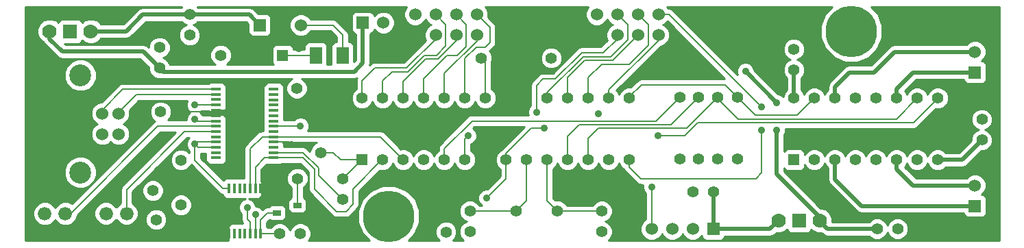
<source format=gtl>
G04 (created by PCBNEW-RS274X (2012-01-19 BZR 3256)-stable) date 12/31/2013 12:52:30 PM*
G01*
G70*
G90*
%MOIN*%
G04 Gerber Fmt 3.4, Leading zero omitted, Abs format*
%FSLAX34Y34*%
G04 APERTURE LIST*
%ADD10C,0.006000*%
%ADD11R,0.011800X0.051200*%
%ADD12R,0.050000X0.016000*%
%ADD13R,0.039400X0.027600*%
%ADD14R,0.060000X0.080000*%
%ADD15C,0.055000*%
%ADD16R,0.060000X0.060000*%
%ADD17C,0.060000*%
%ADD18C,0.066000*%
%ADD19C,0.056000*%
%ADD20R,0.055000X0.055000*%
%ADD21C,0.070000*%
%ADD22R,0.070000X0.070000*%
%ADD23C,0.106300*%
%ADD24C,0.250000*%
%ADD25C,0.035000*%
%ADD26C,0.008000*%
%ADD27C,0.020000*%
%ADD28C,0.010000*%
G04 APERTURE END LIST*
G54D10*
G54D11*
X47760Y-44140D03*
X47510Y-44140D03*
X47250Y-44140D03*
X47000Y-44140D03*
X46740Y-44140D03*
X46485Y-44140D03*
X46230Y-44140D03*
X46230Y-46340D03*
X46485Y-46340D03*
X46740Y-46340D03*
X47000Y-46340D03*
X47255Y-46340D03*
X47510Y-46340D03*
X47765Y-46340D03*
G54D12*
X48400Y-42650D03*
X48400Y-42400D03*
X48400Y-42140D03*
X48400Y-41880D03*
X48400Y-41630D03*
X48400Y-41370D03*
X48400Y-41110D03*
X48400Y-40860D03*
X48400Y-40600D03*
X48400Y-40350D03*
X48400Y-40090D03*
X48400Y-39830D03*
X48400Y-39580D03*
X48400Y-39320D03*
X45600Y-39320D03*
X45600Y-39580D03*
X45600Y-39820D03*
X45600Y-40090D03*
X45600Y-40350D03*
X45600Y-40600D03*
X45600Y-40860D03*
X45600Y-41110D03*
X45600Y-41370D03*
X45600Y-41630D03*
X45600Y-41880D03*
X45600Y-42140D03*
X45600Y-42400D03*
X45600Y-42650D03*
G54D13*
X49550Y-44960D03*
X48550Y-45335D03*
X48550Y-44585D03*
G54D14*
X50450Y-37660D03*
X51750Y-37660D03*
G54D15*
X70000Y-39710D03*
X70000Y-42710D03*
X50690Y-42400D03*
X50690Y-45400D03*
X69070Y-39710D03*
X69070Y-42710D03*
X68140Y-39710D03*
X68140Y-42710D03*
X70950Y-39710D03*
X70950Y-42710D03*
G54D16*
X47720Y-36200D03*
G54D17*
X48720Y-36200D03*
X49720Y-36200D03*
G54D16*
X82500Y-38500D03*
G54D17*
X82500Y-37500D03*
G54D16*
X82500Y-45000D03*
G54D17*
X82500Y-44000D03*
G54D16*
X52730Y-36080D03*
G54D17*
X53730Y-36080D03*
G54D18*
X40240Y-45360D03*
X41240Y-45360D03*
X37270Y-45370D03*
X38270Y-45370D03*
G54D19*
X62200Y-45250D03*
X60200Y-45250D03*
G54D15*
X53700Y-42750D03*
X54700Y-42750D03*
X55700Y-42750D03*
X56700Y-42750D03*
X57700Y-42750D03*
X58700Y-42750D03*
X59700Y-42750D03*
X60700Y-42750D03*
X61700Y-42750D03*
X62700Y-42750D03*
X63700Y-42750D03*
X64700Y-42750D03*
X65700Y-42750D03*
G54D20*
X52700Y-42750D03*
G54D15*
X65700Y-39750D03*
X64700Y-39750D03*
X63700Y-39750D03*
X62700Y-39750D03*
X61700Y-39750D03*
X60700Y-39750D03*
X59700Y-39750D03*
X58700Y-39750D03*
X57700Y-39750D03*
X56700Y-39750D03*
X55700Y-39750D03*
X54700Y-39750D03*
X53700Y-39750D03*
X52700Y-39750D03*
G54D20*
X73700Y-42750D03*
G54D15*
X74700Y-42750D03*
X75700Y-42750D03*
X76700Y-42750D03*
X77700Y-42750D03*
X78700Y-42750D03*
X79700Y-42750D03*
X80700Y-42750D03*
X80700Y-39750D03*
X79700Y-39750D03*
X78700Y-39750D03*
X77700Y-39750D03*
X76700Y-39750D03*
X75700Y-39750D03*
X74700Y-39750D03*
X73700Y-39750D03*
G54D20*
X48830Y-37660D03*
G54D15*
X45830Y-37660D03*
X49520Y-40280D03*
X49520Y-39280D03*
X43900Y-40420D03*
X42900Y-40420D03*
X43900Y-43760D03*
X43900Y-42760D03*
X59500Y-37800D03*
X58500Y-37800D03*
X56780Y-45260D03*
X56780Y-46260D03*
X60900Y-37800D03*
X61900Y-37800D03*
X57940Y-45250D03*
X57940Y-46250D03*
X64360Y-45250D03*
X64360Y-46250D03*
X42850Y-38290D03*
X42850Y-37290D03*
X44310Y-35690D03*
X44310Y-36690D03*
X73700Y-38370D03*
X73700Y-37370D03*
X48550Y-43660D03*
X49550Y-43660D03*
X49690Y-46340D03*
X48690Y-46340D03*
X43890Y-45950D03*
X43890Y-44950D03*
G54D21*
X37500Y-36500D03*
G54D22*
X38500Y-36500D03*
G54D21*
X39500Y-36500D03*
G54D15*
X42519Y-44250D03*
X42861Y-43310D03*
X42677Y-45660D03*
X42103Y-46480D03*
X82840Y-40790D03*
X82840Y-41790D03*
G54D16*
X55280Y-36680D03*
G54D17*
X55280Y-35680D03*
X56280Y-36680D03*
X56280Y-35680D03*
X57280Y-36680D03*
X57280Y-35680D03*
X58280Y-36680D03*
X58280Y-35680D03*
G54D16*
X64110Y-36680D03*
G54D17*
X64110Y-35680D03*
X65110Y-36680D03*
X65110Y-35680D03*
X66110Y-36680D03*
X66110Y-35680D03*
X67110Y-36680D03*
X67110Y-35680D03*
G54D16*
X69780Y-46120D03*
G54D17*
X68780Y-46120D03*
X67780Y-46120D03*
X66780Y-46120D03*
G54D21*
X74950Y-45700D03*
G54D22*
X73950Y-45700D03*
G54D21*
X72950Y-45700D03*
G54D15*
X77740Y-46110D03*
X78740Y-46110D03*
X69780Y-44320D03*
X68780Y-44320D03*
G54D17*
X40850Y-41500D03*
X40850Y-40500D03*
X40063Y-40500D03*
X40063Y-41500D03*
G54D23*
X39000Y-43362D03*
X39000Y-38638D03*
G54D24*
X54000Y-45500D03*
X76500Y-36500D03*
G54D15*
X51740Y-44690D03*
X51740Y-43690D03*
G54D25*
X67200Y-38000D03*
X46490Y-40530D03*
X50690Y-39120D03*
X70800Y-37600D03*
X49610Y-37340D03*
X49240Y-42000D03*
X71340Y-38440D03*
X72860Y-41310D03*
X72860Y-39960D03*
X61190Y-40430D03*
X72120Y-41310D03*
X72110Y-40180D03*
X67100Y-41570D03*
X57850Y-41580D03*
X58760Y-44610D03*
X61550Y-41225D03*
X64190Y-40510D03*
X44570Y-41990D03*
X49700Y-41110D03*
X44570Y-40790D03*
X44570Y-40090D03*
X47510Y-45420D03*
X66780Y-44070D03*
X47110Y-45070D03*
G54D26*
X47765Y-45675D02*
X47765Y-46340D01*
X48550Y-45335D02*
X48105Y-45335D01*
X47765Y-46340D02*
X48690Y-46340D01*
X48105Y-45335D02*
X47765Y-45675D01*
X46310Y-40350D02*
X46490Y-40530D01*
X60700Y-38000D02*
X60900Y-37800D01*
X44870Y-40420D02*
X43900Y-40420D01*
G54D27*
X49610Y-37220D02*
X49610Y-37340D01*
G54D26*
X60700Y-39750D02*
X60700Y-38000D01*
X58700Y-42750D02*
X58700Y-42970D01*
X49120Y-41880D02*
X49240Y-42000D01*
G54D27*
X48720Y-36330D02*
X49610Y-37220D01*
X48720Y-36200D02*
X48720Y-36330D01*
G54D26*
X45600Y-40350D02*
X46310Y-40350D01*
X58700Y-42970D02*
X56780Y-44890D01*
X45600Y-40600D02*
X45050Y-40600D01*
X47760Y-44140D02*
X48070Y-44140D01*
X59700Y-39750D02*
X59700Y-38000D01*
X59700Y-38000D02*
X59500Y-37800D01*
X56780Y-44890D02*
X56780Y-45260D01*
X44280Y-46340D02*
X43890Y-45950D01*
X46230Y-46340D02*
X44280Y-46340D01*
X48720Y-36200D02*
X48720Y-36370D01*
X45050Y-40600D02*
X44870Y-40420D01*
X48070Y-44140D02*
X48550Y-43660D01*
X48400Y-41880D02*
X49120Y-41880D01*
G54D27*
X81880Y-42750D02*
X82840Y-41790D01*
X47210Y-35690D02*
X47720Y-36200D01*
X44310Y-35690D02*
X47210Y-35690D01*
X80700Y-42750D02*
X81880Y-42750D01*
X42030Y-35690D02*
X44310Y-35690D01*
X41220Y-36500D02*
X42030Y-35690D01*
X73700Y-39750D02*
X73700Y-38370D01*
X39500Y-36500D02*
X41220Y-36500D01*
X69780Y-46120D02*
X72530Y-46120D01*
X69780Y-46120D02*
X69780Y-44320D01*
X72530Y-46120D02*
X72950Y-45700D01*
X52320Y-38460D02*
X43020Y-38460D01*
X37500Y-36500D02*
X37500Y-36860D01*
X74950Y-45700D02*
X74950Y-45730D01*
X74950Y-45700D02*
X74950Y-45540D01*
X72860Y-39960D02*
X71340Y-38440D01*
X52730Y-38050D02*
X52320Y-38460D01*
X74950Y-45540D02*
X72860Y-43450D01*
X72860Y-43450D02*
X72860Y-41310D01*
X75330Y-46110D02*
X77740Y-46110D01*
X74950Y-45730D02*
X75330Y-46110D01*
X52730Y-36080D02*
X52730Y-38050D01*
X38130Y-37490D02*
X42050Y-37490D01*
X43020Y-38460D02*
X42850Y-38290D01*
X37500Y-36860D02*
X38130Y-37490D01*
X42050Y-37490D02*
X42850Y-38290D01*
G54D26*
X66990Y-40860D02*
X68140Y-39710D01*
X58040Y-40860D02*
X66990Y-40860D01*
X56700Y-42750D02*
X56700Y-42200D01*
X56700Y-42200D02*
X58040Y-40860D01*
G54D27*
X75700Y-42750D02*
X75700Y-43700D01*
X75700Y-43700D02*
X77000Y-45000D01*
X77000Y-45000D02*
X82500Y-45000D01*
G54D26*
X63260Y-41042D02*
X67738Y-41042D01*
X62700Y-42750D02*
X62700Y-41602D01*
X62700Y-41602D02*
X63260Y-41042D01*
X67738Y-41042D02*
X69070Y-39710D01*
G54D27*
X78700Y-42750D02*
X78700Y-43200D01*
X78700Y-43200D02*
X79500Y-44000D01*
X79500Y-44000D02*
X82500Y-44000D01*
G54D26*
X70000Y-39770D02*
X70992Y-40762D01*
X68486Y-41224D02*
X70000Y-39710D01*
X63700Y-42750D02*
X63700Y-41714D01*
X64190Y-41224D02*
X68486Y-41224D01*
X63700Y-41714D02*
X64190Y-41224D01*
X70992Y-40762D02*
X78688Y-40762D01*
X70000Y-39710D02*
X70000Y-39770D01*
X78688Y-40762D02*
X79700Y-39750D01*
G54D27*
X78700Y-39750D02*
X78700Y-39300D01*
X79500Y-38500D02*
X82500Y-38500D01*
X78700Y-39300D02*
X79500Y-38500D01*
G54D26*
X70340Y-39100D02*
X70950Y-39710D01*
X66280Y-39100D02*
X70340Y-39100D01*
X65700Y-39680D02*
X66280Y-39100D01*
X71830Y-40580D02*
X73870Y-40580D01*
X70950Y-39710D02*
X70960Y-39710D01*
X73870Y-40580D02*
X74700Y-39750D01*
X70960Y-39710D02*
X71830Y-40580D01*
X65700Y-39750D02*
X65700Y-39680D01*
G54D27*
X78600Y-37500D02*
X82500Y-37500D01*
X75700Y-39200D02*
X76400Y-38500D01*
X75700Y-39750D02*
X75700Y-39200D01*
X77600Y-38500D02*
X78600Y-37500D01*
X76400Y-38500D02*
X77600Y-38500D01*
G54D26*
X64422Y-37548D02*
X63374Y-37548D01*
X62102Y-38820D02*
X61500Y-38820D01*
X63374Y-37548D02*
X62102Y-38820D01*
X61500Y-38820D02*
X61190Y-39130D01*
X65110Y-36860D02*
X64422Y-37548D01*
X65110Y-36680D02*
X65110Y-36860D01*
X61190Y-39130D02*
X61190Y-40430D01*
X56280Y-36680D02*
X56280Y-36860D01*
X54850Y-38290D02*
X53330Y-38290D01*
X53330Y-38290D02*
X52700Y-38920D01*
X52700Y-38920D02*
X52700Y-39750D01*
X56280Y-36860D02*
X54850Y-38290D01*
X64700Y-39338D02*
X67110Y-36928D01*
X64700Y-39750D02*
X64700Y-39338D01*
X67110Y-36928D02*
X67110Y-36680D01*
X65700Y-42750D02*
X65700Y-43110D01*
X72110Y-40180D02*
X67610Y-35680D01*
X67610Y-35680D02*
X67110Y-35680D01*
X71840Y-43670D02*
X72120Y-43390D01*
X66260Y-43670D02*
X71840Y-43670D01*
X72120Y-43390D02*
X72120Y-41310D01*
X65700Y-43110D02*
X66260Y-43670D01*
X55728Y-37670D02*
X56310Y-37670D01*
X53700Y-38922D02*
X54150Y-38472D01*
X56770Y-37210D02*
X56770Y-36170D01*
X56310Y-37670D02*
X56770Y-37210D01*
X54926Y-38472D02*
X55728Y-37670D01*
X53700Y-39750D02*
X53700Y-38922D01*
X54150Y-38472D02*
X54926Y-38472D01*
X56770Y-36170D02*
X56280Y-35680D01*
X54700Y-39750D02*
X54700Y-38956D01*
X56386Y-37852D02*
X57280Y-36958D01*
X55804Y-37852D02*
X56386Y-37852D01*
X57280Y-36958D02*
X57280Y-36680D01*
X54700Y-38956D02*
X55804Y-37852D01*
X55700Y-38796D02*
X56816Y-37680D01*
X55700Y-39750D02*
X55700Y-38796D01*
X56816Y-37680D02*
X57320Y-37680D01*
X57320Y-37680D02*
X57770Y-37230D01*
X57770Y-36170D02*
X57280Y-35680D01*
X57770Y-37230D02*
X57770Y-36170D01*
X56700Y-39750D02*
X56700Y-38558D01*
X58280Y-36978D02*
X58280Y-36680D01*
X56700Y-38558D02*
X58280Y-36978D01*
X58910Y-37040D02*
X58910Y-36310D01*
X57700Y-37816D02*
X58256Y-37260D01*
X58256Y-37260D02*
X58690Y-37260D01*
X58690Y-37260D02*
X58910Y-37040D01*
X57700Y-39750D02*
X57700Y-37816D01*
X58910Y-36310D02*
X58280Y-35680D01*
X61700Y-39480D02*
X63450Y-37730D01*
X64230Y-37730D02*
X64240Y-37730D01*
X65610Y-36922D02*
X65610Y-36180D01*
X63450Y-37730D02*
X64230Y-37730D01*
X64802Y-37730D02*
X65610Y-36922D01*
X64230Y-37730D02*
X64802Y-37730D01*
X65610Y-36180D02*
X65110Y-35680D01*
X61700Y-39750D02*
X61700Y-39480D01*
X64878Y-37912D02*
X66110Y-36680D01*
X62700Y-38738D02*
X63526Y-37912D01*
X63526Y-37912D02*
X64878Y-37912D01*
X62700Y-39750D02*
X62700Y-38738D01*
X66610Y-36180D02*
X66110Y-35680D01*
X65686Y-38094D02*
X66610Y-37170D01*
X63700Y-39750D02*
X63700Y-38754D01*
X63700Y-38754D02*
X64360Y-38094D01*
X64360Y-38094D02*
X65686Y-38094D01*
X66610Y-37170D02*
X66610Y-36180D01*
X57700Y-41730D02*
X57700Y-42750D01*
X69024Y-40944D02*
X68398Y-41570D01*
X68398Y-41570D02*
X67100Y-41570D01*
X57850Y-41580D02*
X57700Y-41730D01*
X79526Y-40944D02*
X69024Y-40944D01*
X80700Y-39770D02*
X79526Y-40944D01*
X80700Y-39750D02*
X80700Y-39770D01*
X41070Y-39320D02*
X45600Y-39320D01*
X40063Y-40500D02*
X40063Y-40327D01*
X40063Y-40327D02*
X41070Y-39320D01*
X40850Y-40440D02*
X41710Y-39580D01*
X41710Y-39580D02*
X45600Y-39580D01*
X40850Y-40500D02*
X40850Y-40440D01*
X51280Y-36200D02*
X49720Y-36200D01*
X51750Y-37660D02*
X51750Y-36670D01*
X51750Y-36670D02*
X51280Y-36200D01*
X59700Y-42750D02*
X59700Y-42445D01*
X45930Y-44140D02*
X44570Y-42780D01*
X44720Y-42140D02*
X44570Y-41990D01*
X48400Y-41110D02*
X49700Y-41110D01*
X44720Y-42140D02*
X45600Y-42140D01*
X58700Y-39750D02*
X58700Y-38000D01*
X49550Y-44960D02*
X49550Y-43660D01*
X45600Y-40860D02*
X44640Y-40860D01*
X44570Y-42780D02*
X44570Y-41990D01*
X59700Y-43670D02*
X58760Y-44610D01*
X45600Y-41880D02*
X44680Y-41880D01*
X45600Y-40090D02*
X44570Y-40090D01*
X44680Y-41880D02*
X44570Y-41990D01*
X59700Y-42750D02*
X59700Y-43670D01*
X59700Y-42445D02*
X60920Y-41225D01*
X44640Y-40860D02*
X44570Y-40790D01*
X46230Y-44140D02*
X45930Y-44140D01*
X58700Y-38000D02*
X58500Y-37800D01*
X60920Y-41225D02*
X61550Y-41225D01*
X60200Y-45250D02*
X57940Y-45250D01*
X60700Y-44750D02*
X60200Y-45250D01*
X60700Y-42750D02*
X60700Y-44750D01*
X44070Y-41370D02*
X45600Y-41370D01*
X41240Y-45360D02*
X41240Y-44200D01*
X41240Y-44200D02*
X44070Y-41370D01*
X62200Y-45250D02*
X64360Y-45250D01*
X61700Y-44750D02*
X62200Y-45250D01*
X61700Y-42750D02*
X61700Y-44750D01*
X38270Y-45370D02*
X38510Y-45370D01*
X38510Y-45370D02*
X42770Y-41110D01*
X42770Y-41110D02*
X45600Y-41110D01*
X48830Y-37660D02*
X50450Y-37660D01*
X48400Y-42400D02*
X49828Y-42400D01*
X50572Y-43522D02*
X51740Y-44690D01*
X50572Y-43144D02*
X50572Y-43522D01*
X49828Y-42400D02*
X50572Y-43144D01*
X51760Y-43690D02*
X52700Y-42750D01*
X51650Y-42750D02*
X52700Y-42750D01*
X51300Y-42400D02*
X51650Y-42750D01*
X50690Y-42400D02*
X51300Y-42400D01*
X51740Y-43690D02*
X51760Y-43690D01*
X53700Y-42750D02*
X53670Y-42750D01*
X52260Y-44910D02*
X51910Y-45260D01*
X47960Y-42650D02*
X48400Y-42650D01*
X47510Y-44140D02*
X47510Y-43100D01*
X53670Y-42750D02*
X52260Y-44160D01*
X51470Y-45260D02*
X50390Y-44180D01*
X50390Y-43220D02*
X49820Y-42650D01*
X53700Y-42750D02*
X53700Y-42850D01*
X51910Y-45260D02*
X51470Y-45260D01*
X50390Y-44180D02*
X50390Y-43220D01*
X49820Y-42650D02*
X48400Y-42650D01*
X52260Y-44160D02*
X52260Y-44910D01*
X47510Y-43100D02*
X47960Y-42650D01*
X47510Y-46340D02*
X47510Y-45420D01*
X47250Y-42220D02*
X47840Y-41630D01*
X48400Y-41630D02*
X53580Y-41630D01*
X47840Y-41630D02*
X48400Y-41630D01*
X47250Y-44140D02*
X47250Y-42220D01*
X53580Y-41630D02*
X54700Y-42750D01*
X47255Y-46340D02*
X47255Y-45775D01*
X66780Y-44070D02*
X66780Y-46120D01*
X47255Y-45775D02*
X47110Y-45630D01*
X47110Y-45630D02*
X47110Y-45070D01*
G54D10*
G36*
X50477Y-41920D02*
X50393Y-41955D01*
X50245Y-42102D01*
X50165Y-42295D01*
X50165Y-42327D01*
X50033Y-42195D01*
X49939Y-42132D01*
X49828Y-42110D01*
X48899Y-42110D01*
X48899Y-42011D01*
X48861Y-41920D01*
X50477Y-41920D01*
X50477Y-41920D01*
G37*
G54D28*
X50477Y-41920D02*
X50393Y-41955D01*
X50245Y-42102D01*
X50165Y-42295D01*
X50165Y-42327D01*
X50033Y-42195D01*
X49939Y-42132D01*
X49828Y-42110D01*
X48899Y-42110D01*
X48899Y-42011D01*
X48861Y-41920D01*
X50477Y-41920D01*
G54D10*
G36*
X56053Y-36180D02*
X55969Y-36215D01*
X55815Y-36369D01*
X55731Y-36571D01*
X55731Y-36789D01*
X55792Y-36937D01*
X54730Y-38000D01*
X53330Y-38000D01*
X53219Y-38022D01*
X53125Y-38085D01*
X53124Y-38085D01*
X53124Y-38086D01*
X53059Y-38150D01*
X53079Y-38051D01*
X53080Y-38050D01*
X53080Y-36628D01*
X53171Y-36591D01*
X53241Y-36521D01*
X53279Y-36430D01*
X53279Y-36405D01*
X53419Y-36545D01*
X53621Y-36629D01*
X53839Y-36629D01*
X54041Y-36545D01*
X54195Y-36391D01*
X54279Y-36189D01*
X54279Y-35971D01*
X54195Y-35769D01*
X54041Y-35615D01*
X53839Y-35531D01*
X53621Y-35531D01*
X53419Y-35615D01*
X53279Y-35755D01*
X53279Y-35731D01*
X53241Y-35639D01*
X53171Y-35569D01*
X53080Y-35531D01*
X52981Y-35531D01*
X52381Y-35531D01*
X52289Y-35569D01*
X52219Y-35639D01*
X52181Y-35730D01*
X52181Y-35829D01*
X52181Y-36429D01*
X52219Y-36521D01*
X52289Y-36591D01*
X52380Y-36629D01*
X52380Y-37905D01*
X52299Y-37986D01*
X52299Y-37211D01*
X52261Y-37119D01*
X52191Y-37049D01*
X52100Y-37011D01*
X52040Y-37011D01*
X52040Y-36670D01*
X52018Y-36559D01*
X51955Y-36465D01*
X51955Y-36464D01*
X51485Y-35995D01*
X51391Y-35932D01*
X51280Y-35910D01*
X50193Y-35910D01*
X50185Y-35889D01*
X50031Y-35735D01*
X49829Y-35651D01*
X49611Y-35651D01*
X49409Y-35735D01*
X49255Y-35889D01*
X49171Y-36091D01*
X49171Y-36309D01*
X49255Y-36511D01*
X49409Y-36665D01*
X49611Y-36749D01*
X49829Y-36749D01*
X50031Y-36665D01*
X50185Y-36511D01*
X50193Y-36490D01*
X51159Y-36490D01*
X51460Y-36790D01*
X51460Y-37011D01*
X51401Y-37011D01*
X51309Y-37049D01*
X51239Y-37119D01*
X51201Y-37210D01*
X51201Y-37309D01*
X51201Y-38109D01*
X51201Y-38110D01*
X50999Y-38110D01*
X50999Y-38011D01*
X50999Y-37211D01*
X50961Y-37119D01*
X50891Y-37049D01*
X50800Y-37011D01*
X50701Y-37011D01*
X50101Y-37011D01*
X50009Y-37049D01*
X49939Y-37119D01*
X49901Y-37210D01*
X49901Y-37309D01*
X49901Y-37370D01*
X49354Y-37370D01*
X49354Y-37336D01*
X49316Y-37244D01*
X49246Y-37174D01*
X49155Y-37136D01*
X49056Y-37136D01*
X48506Y-37136D01*
X48414Y-37174D01*
X48344Y-37244D01*
X48306Y-37335D01*
X48306Y-37434D01*
X48306Y-37984D01*
X48344Y-38076D01*
X48378Y-38110D01*
X46114Y-38110D01*
X46127Y-38105D01*
X46275Y-37958D01*
X46355Y-37765D01*
X46355Y-37556D01*
X46275Y-37363D01*
X46128Y-37215D01*
X45935Y-37135D01*
X45726Y-37135D01*
X45533Y-37215D01*
X45385Y-37362D01*
X45305Y-37555D01*
X45305Y-37764D01*
X45385Y-37957D01*
X45532Y-38105D01*
X45544Y-38110D01*
X43343Y-38110D01*
X43295Y-37993D01*
X43148Y-37845D01*
X43014Y-37789D01*
X43147Y-37735D01*
X43295Y-37588D01*
X43375Y-37395D01*
X43375Y-37186D01*
X43295Y-36993D01*
X43148Y-36845D01*
X42955Y-36765D01*
X42746Y-36765D01*
X42553Y-36845D01*
X42405Y-36992D01*
X42325Y-37185D01*
X42325Y-37270D01*
X42297Y-37243D01*
X42184Y-37167D01*
X42050Y-37140D01*
X38274Y-37140D01*
X38233Y-37099D01*
X38899Y-37099D01*
X38991Y-37061D01*
X39061Y-36991D01*
X39085Y-36932D01*
X39161Y-37008D01*
X39381Y-37099D01*
X39619Y-37099D01*
X39839Y-37008D01*
X39997Y-36850D01*
X41220Y-36850D01*
X41220Y-36849D01*
X41354Y-36823D01*
X41467Y-36747D01*
X42174Y-36040D01*
X43917Y-36040D01*
X44012Y-36135D01*
X44145Y-36190D01*
X44013Y-36245D01*
X43865Y-36392D01*
X43785Y-36585D01*
X43785Y-36794D01*
X43865Y-36987D01*
X44012Y-37135D01*
X44205Y-37215D01*
X44414Y-37215D01*
X44607Y-37135D01*
X44755Y-36988D01*
X44835Y-36795D01*
X44835Y-36586D01*
X44755Y-36393D01*
X44608Y-36245D01*
X44474Y-36189D01*
X44607Y-36135D01*
X44702Y-36040D01*
X47065Y-36040D01*
X47171Y-36145D01*
X47171Y-36549D01*
X47209Y-36641D01*
X47279Y-36711D01*
X47370Y-36749D01*
X47469Y-36749D01*
X48069Y-36749D01*
X48161Y-36711D01*
X48231Y-36641D01*
X48269Y-36550D01*
X48269Y-36451D01*
X48269Y-35851D01*
X48231Y-35759D01*
X48161Y-35689D01*
X48070Y-35651D01*
X47971Y-35651D01*
X47665Y-35651D01*
X47457Y-35443D01*
X47344Y-35367D01*
X47210Y-35340D01*
X44702Y-35340D01*
X44687Y-35325D01*
X54859Y-35325D01*
X54815Y-35369D01*
X54731Y-35571D01*
X54731Y-35789D01*
X54815Y-35991D01*
X54969Y-36145D01*
X55171Y-36229D01*
X55389Y-36229D01*
X55591Y-36145D01*
X55745Y-35991D01*
X55780Y-35906D01*
X55815Y-35991D01*
X55969Y-36145D01*
X56053Y-36180D01*
X56053Y-36180D01*
G37*
G54D28*
X56053Y-36180D02*
X55969Y-36215D01*
X55815Y-36369D01*
X55731Y-36571D01*
X55731Y-36789D01*
X55792Y-36937D01*
X54730Y-38000D01*
X53330Y-38000D01*
X53219Y-38022D01*
X53125Y-38085D01*
X53124Y-38085D01*
X53124Y-38086D01*
X53059Y-38150D01*
X53079Y-38051D01*
X53080Y-38050D01*
X53080Y-36628D01*
X53171Y-36591D01*
X53241Y-36521D01*
X53279Y-36430D01*
X53279Y-36405D01*
X53419Y-36545D01*
X53621Y-36629D01*
X53839Y-36629D01*
X54041Y-36545D01*
X54195Y-36391D01*
X54279Y-36189D01*
X54279Y-35971D01*
X54195Y-35769D01*
X54041Y-35615D01*
X53839Y-35531D01*
X53621Y-35531D01*
X53419Y-35615D01*
X53279Y-35755D01*
X53279Y-35731D01*
X53241Y-35639D01*
X53171Y-35569D01*
X53080Y-35531D01*
X52981Y-35531D01*
X52381Y-35531D01*
X52289Y-35569D01*
X52219Y-35639D01*
X52181Y-35730D01*
X52181Y-35829D01*
X52181Y-36429D01*
X52219Y-36521D01*
X52289Y-36591D01*
X52380Y-36629D01*
X52380Y-37905D01*
X52299Y-37986D01*
X52299Y-37211D01*
X52261Y-37119D01*
X52191Y-37049D01*
X52100Y-37011D01*
X52040Y-37011D01*
X52040Y-36670D01*
X52018Y-36559D01*
X51955Y-36465D01*
X51955Y-36464D01*
X51485Y-35995D01*
X51391Y-35932D01*
X51280Y-35910D01*
X50193Y-35910D01*
X50185Y-35889D01*
X50031Y-35735D01*
X49829Y-35651D01*
X49611Y-35651D01*
X49409Y-35735D01*
X49255Y-35889D01*
X49171Y-36091D01*
X49171Y-36309D01*
X49255Y-36511D01*
X49409Y-36665D01*
X49611Y-36749D01*
X49829Y-36749D01*
X50031Y-36665D01*
X50185Y-36511D01*
X50193Y-36490D01*
X51159Y-36490D01*
X51460Y-36790D01*
X51460Y-37011D01*
X51401Y-37011D01*
X51309Y-37049D01*
X51239Y-37119D01*
X51201Y-37210D01*
X51201Y-37309D01*
X51201Y-38109D01*
X51201Y-38110D01*
X50999Y-38110D01*
X50999Y-38011D01*
X50999Y-37211D01*
X50961Y-37119D01*
X50891Y-37049D01*
X50800Y-37011D01*
X50701Y-37011D01*
X50101Y-37011D01*
X50009Y-37049D01*
X49939Y-37119D01*
X49901Y-37210D01*
X49901Y-37309D01*
X49901Y-37370D01*
X49354Y-37370D01*
X49354Y-37336D01*
X49316Y-37244D01*
X49246Y-37174D01*
X49155Y-37136D01*
X49056Y-37136D01*
X48506Y-37136D01*
X48414Y-37174D01*
X48344Y-37244D01*
X48306Y-37335D01*
X48306Y-37434D01*
X48306Y-37984D01*
X48344Y-38076D01*
X48378Y-38110D01*
X46114Y-38110D01*
X46127Y-38105D01*
X46275Y-37958D01*
X46355Y-37765D01*
X46355Y-37556D01*
X46275Y-37363D01*
X46128Y-37215D01*
X45935Y-37135D01*
X45726Y-37135D01*
X45533Y-37215D01*
X45385Y-37362D01*
X45305Y-37555D01*
X45305Y-37764D01*
X45385Y-37957D01*
X45532Y-38105D01*
X45544Y-38110D01*
X43343Y-38110D01*
X43295Y-37993D01*
X43148Y-37845D01*
X43014Y-37789D01*
X43147Y-37735D01*
X43295Y-37588D01*
X43375Y-37395D01*
X43375Y-37186D01*
X43295Y-36993D01*
X43148Y-36845D01*
X42955Y-36765D01*
X42746Y-36765D01*
X42553Y-36845D01*
X42405Y-36992D01*
X42325Y-37185D01*
X42325Y-37270D01*
X42297Y-37243D01*
X42184Y-37167D01*
X42050Y-37140D01*
X38274Y-37140D01*
X38233Y-37099D01*
X38899Y-37099D01*
X38991Y-37061D01*
X39061Y-36991D01*
X39085Y-36932D01*
X39161Y-37008D01*
X39381Y-37099D01*
X39619Y-37099D01*
X39839Y-37008D01*
X39997Y-36850D01*
X41220Y-36850D01*
X41220Y-36849D01*
X41354Y-36823D01*
X41467Y-36747D01*
X42174Y-36040D01*
X43917Y-36040D01*
X44012Y-36135D01*
X44145Y-36190D01*
X44013Y-36245D01*
X43865Y-36392D01*
X43785Y-36585D01*
X43785Y-36794D01*
X43865Y-36987D01*
X44012Y-37135D01*
X44205Y-37215D01*
X44414Y-37215D01*
X44607Y-37135D01*
X44755Y-36988D01*
X44835Y-36795D01*
X44835Y-36586D01*
X44755Y-36393D01*
X44608Y-36245D01*
X44474Y-36189D01*
X44607Y-36135D01*
X44702Y-36040D01*
X47065Y-36040D01*
X47171Y-36145D01*
X47171Y-36549D01*
X47209Y-36641D01*
X47279Y-36711D01*
X47370Y-36749D01*
X47469Y-36749D01*
X48069Y-36749D01*
X48161Y-36711D01*
X48231Y-36641D01*
X48269Y-36550D01*
X48269Y-36451D01*
X48269Y-35851D01*
X48231Y-35759D01*
X48161Y-35689D01*
X48070Y-35651D01*
X47971Y-35651D01*
X47665Y-35651D01*
X47457Y-35443D01*
X47344Y-35367D01*
X47210Y-35340D01*
X44702Y-35340D01*
X44687Y-35325D01*
X54859Y-35325D01*
X54815Y-35369D01*
X54731Y-35571D01*
X54731Y-35789D01*
X54815Y-35991D01*
X54969Y-36145D01*
X55171Y-36229D01*
X55389Y-36229D01*
X55591Y-36145D01*
X55745Y-35991D01*
X55780Y-35906D01*
X55815Y-35991D01*
X55969Y-36145D01*
X56053Y-36180D01*
G54D10*
G36*
X60585Y-41150D02*
X59495Y-42240D01*
X59470Y-42277D01*
X59403Y-42305D01*
X59255Y-42452D01*
X59175Y-42645D01*
X59175Y-42854D01*
X59255Y-43047D01*
X59402Y-43195D01*
X59410Y-43198D01*
X59410Y-43550D01*
X58775Y-44185D01*
X58676Y-44185D01*
X58520Y-44249D01*
X58400Y-44369D01*
X58335Y-44525D01*
X58335Y-44694D01*
X58399Y-44850D01*
X58509Y-44960D01*
X58387Y-44960D01*
X58385Y-44953D01*
X58238Y-44805D01*
X58045Y-44725D01*
X57836Y-44725D01*
X57643Y-44805D01*
X57495Y-44952D01*
X57415Y-45145D01*
X57415Y-45354D01*
X57495Y-45547D01*
X57642Y-45695D01*
X57775Y-45750D01*
X57643Y-45805D01*
X57495Y-45952D01*
X57415Y-46145D01*
X57415Y-46354D01*
X57495Y-46547D01*
X57622Y-46675D01*
X57107Y-46675D01*
X57225Y-46558D01*
X57305Y-46365D01*
X57305Y-46156D01*
X57225Y-45963D01*
X57078Y-45815D01*
X56885Y-45735D01*
X56676Y-45735D01*
X56483Y-45815D01*
X56335Y-45962D01*
X56255Y-46155D01*
X56255Y-46364D01*
X56335Y-46557D01*
X56452Y-46675D01*
X54945Y-46675D01*
X55271Y-46351D01*
X55499Y-45800D01*
X55500Y-45203D01*
X55272Y-44652D01*
X54851Y-44229D01*
X54300Y-44001D01*
X53703Y-44000D01*
X53152Y-44228D01*
X52729Y-44649D01*
X52501Y-45200D01*
X52500Y-45797D01*
X52728Y-46348D01*
X53053Y-46675D01*
X50097Y-46675D01*
X50135Y-46638D01*
X50215Y-46445D01*
X50215Y-46236D01*
X50135Y-46043D01*
X50075Y-45982D01*
X50075Y-43765D01*
X50075Y-43556D01*
X49995Y-43363D01*
X49848Y-43215D01*
X49655Y-43135D01*
X49446Y-43135D01*
X49253Y-43215D01*
X49105Y-43362D01*
X49025Y-43555D01*
X49025Y-43764D01*
X49105Y-43957D01*
X49252Y-44105D01*
X49260Y-44108D01*
X49260Y-44591D01*
X49212Y-44611D01*
X49142Y-44681D01*
X49104Y-44772D01*
X49104Y-44871D01*
X49104Y-45147D01*
X49142Y-45239D01*
X49212Y-45309D01*
X49303Y-45347D01*
X49402Y-45347D01*
X49796Y-45347D01*
X49888Y-45309D01*
X49958Y-45239D01*
X49996Y-45148D01*
X49996Y-45049D01*
X49996Y-44773D01*
X49958Y-44681D01*
X49888Y-44611D01*
X49840Y-44590D01*
X49840Y-44107D01*
X49847Y-44105D01*
X49995Y-43958D01*
X50075Y-43765D01*
X50075Y-45982D01*
X49988Y-45895D01*
X49795Y-45815D01*
X49586Y-45815D01*
X49393Y-45895D01*
X49245Y-46042D01*
X49189Y-46175D01*
X49135Y-46043D01*
X48988Y-45895D01*
X48795Y-45815D01*
X48586Y-45815D01*
X48393Y-45895D01*
X48245Y-46042D01*
X48241Y-46050D01*
X48073Y-46050D01*
X48073Y-46035D01*
X48055Y-45991D01*
X48055Y-45795D01*
X48189Y-45661D01*
X48212Y-45684D01*
X48303Y-45722D01*
X48402Y-45722D01*
X48796Y-45722D01*
X48888Y-45684D01*
X48958Y-45614D01*
X48996Y-45523D01*
X48996Y-45424D01*
X48996Y-45148D01*
X48958Y-45056D01*
X48888Y-44986D01*
X48797Y-44948D01*
X48698Y-44948D01*
X48304Y-44948D01*
X48212Y-44986D01*
X48153Y-45045D01*
X48105Y-45045D01*
X47994Y-45067D01*
X47900Y-45130D01*
X47899Y-45130D01*
X47899Y-45131D01*
X47860Y-45169D01*
X47751Y-45060D01*
X47595Y-44995D01*
X47535Y-44995D01*
X47535Y-44986D01*
X47471Y-44830D01*
X47351Y-44710D01*
X47195Y-44645D01*
X47240Y-44645D01*
X47358Y-44645D01*
X47379Y-44636D01*
X47401Y-44645D01*
X47500Y-44645D01*
X47618Y-44645D01*
X47710Y-44607D01*
X47780Y-44537D01*
X47818Y-44446D01*
X47818Y-44347D01*
X47818Y-43835D01*
X47800Y-43791D01*
X47800Y-43220D01*
X48058Y-42961D01*
X48100Y-42979D01*
X48199Y-42979D01*
X48699Y-42979D01*
X48791Y-42941D01*
X48792Y-42940D01*
X49700Y-42940D01*
X50100Y-43340D01*
X50100Y-44180D01*
X50122Y-44291D01*
X50185Y-44385D01*
X51265Y-45465D01*
X51359Y-45528D01*
X51470Y-45550D01*
X51910Y-45550D01*
X52021Y-45528D01*
X52115Y-45465D01*
X52464Y-45116D01*
X52464Y-45115D01*
X52465Y-45115D01*
X52527Y-45022D01*
X52528Y-45021D01*
X52549Y-44911D01*
X52550Y-44910D01*
X52550Y-44280D01*
X53566Y-43263D01*
X53595Y-43275D01*
X53804Y-43275D01*
X53997Y-43195D01*
X54145Y-43048D01*
X54200Y-42914D01*
X54255Y-43047D01*
X54402Y-43195D01*
X54595Y-43275D01*
X54804Y-43275D01*
X54997Y-43195D01*
X55145Y-43048D01*
X55200Y-42914D01*
X55255Y-43047D01*
X55402Y-43195D01*
X55595Y-43275D01*
X55804Y-43275D01*
X55997Y-43195D01*
X56145Y-43048D01*
X56200Y-42914D01*
X56255Y-43047D01*
X56402Y-43195D01*
X56595Y-43275D01*
X56804Y-43275D01*
X56997Y-43195D01*
X57145Y-43048D01*
X57200Y-42914D01*
X57255Y-43047D01*
X57402Y-43195D01*
X57595Y-43275D01*
X57804Y-43275D01*
X57997Y-43195D01*
X58145Y-43048D01*
X58225Y-42855D01*
X58225Y-42646D01*
X58145Y-42453D01*
X57998Y-42305D01*
X57990Y-42301D01*
X57990Y-41982D01*
X58090Y-41941D01*
X58210Y-41821D01*
X58275Y-41665D01*
X58275Y-41496D01*
X58211Y-41340D01*
X58091Y-41220D01*
X58090Y-41219D01*
X58160Y-41150D01*
X60585Y-41150D01*
X60585Y-41150D01*
G37*
G54D28*
X60585Y-41150D02*
X59495Y-42240D01*
X59470Y-42277D01*
X59403Y-42305D01*
X59255Y-42452D01*
X59175Y-42645D01*
X59175Y-42854D01*
X59255Y-43047D01*
X59402Y-43195D01*
X59410Y-43198D01*
X59410Y-43550D01*
X58775Y-44185D01*
X58676Y-44185D01*
X58520Y-44249D01*
X58400Y-44369D01*
X58335Y-44525D01*
X58335Y-44694D01*
X58399Y-44850D01*
X58509Y-44960D01*
X58387Y-44960D01*
X58385Y-44953D01*
X58238Y-44805D01*
X58045Y-44725D01*
X57836Y-44725D01*
X57643Y-44805D01*
X57495Y-44952D01*
X57415Y-45145D01*
X57415Y-45354D01*
X57495Y-45547D01*
X57642Y-45695D01*
X57775Y-45750D01*
X57643Y-45805D01*
X57495Y-45952D01*
X57415Y-46145D01*
X57415Y-46354D01*
X57495Y-46547D01*
X57622Y-46675D01*
X57107Y-46675D01*
X57225Y-46558D01*
X57305Y-46365D01*
X57305Y-46156D01*
X57225Y-45963D01*
X57078Y-45815D01*
X56885Y-45735D01*
X56676Y-45735D01*
X56483Y-45815D01*
X56335Y-45962D01*
X56255Y-46155D01*
X56255Y-46364D01*
X56335Y-46557D01*
X56452Y-46675D01*
X54945Y-46675D01*
X55271Y-46351D01*
X55499Y-45800D01*
X55500Y-45203D01*
X55272Y-44652D01*
X54851Y-44229D01*
X54300Y-44001D01*
X53703Y-44000D01*
X53152Y-44228D01*
X52729Y-44649D01*
X52501Y-45200D01*
X52500Y-45797D01*
X52728Y-46348D01*
X53053Y-46675D01*
X50097Y-46675D01*
X50135Y-46638D01*
X50215Y-46445D01*
X50215Y-46236D01*
X50135Y-46043D01*
X50075Y-45982D01*
X50075Y-43765D01*
X50075Y-43556D01*
X49995Y-43363D01*
X49848Y-43215D01*
X49655Y-43135D01*
X49446Y-43135D01*
X49253Y-43215D01*
X49105Y-43362D01*
X49025Y-43555D01*
X49025Y-43764D01*
X49105Y-43957D01*
X49252Y-44105D01*
X49260Y-44108D01*
X49260Y-44591D01*
X49212Y-44611D01*
X49142Y-44681D01*
X49104Y-44772D01*
X49104Y-44871D01*
X49104Y-45147D01*
X49142Y-45239D01*
X49212Y-45309D01*
X49303Y-45347D01*
X49402Y-45347D01*
X49796Y-45347D01*
X49888Y-45309D01*
X49958Y-45239D01*
X49996Y-45148D01*
X49996Y-45049D01*
X49996Y-44773D01*
X49958Y-44681D01*
X49888Y-44611D01*
X49840Y-44590D01*
X49840Y-44107D01*
X49847Y-44105D01*
X49995Y-43958D01*
X50075Y-43765D01*
X50075Y-45982D01*
X49988Y-45895D01*
X49795Y-45815D01*
X49586Y-45815D01*
X49393Y-45895D01*
X49245Y-46042D01*
X49189Y-46175D01*
X49135Y-46043D01*
X48988Y-45895D01*
X48795Y-45815D01*
X48586Y-45815D01*
X48393Y-45895D01*
X48245Y-46042D01*
X48241Y-46050D01*
X48073Y-46050D01*
X48073Y-46035D01*
X48055Y-45991D01*
X48055Y-45795D01*
X48189Y-45661D01*
X48212Y-45684D01*
X48303Y-45722D01*
X48402Y-45722D01*
X48796Y-45722D01*
X48888Y-45684D01*
X48958Y-45614D01*
X48996Y-45523D01*
X48996Y-45424D01*
X48996Y-45148D01*
X48958Y-45056D01*
X48888Y-44986D01*
X48797Y-44948D01*
X48698Y-44948D01*
X48304Y-44948D01*
X48212Y-44986D01*
X48153Y-45045D01*
X48105Y-45045D01*
X47994Y-45067D01*
X47900Y-45130D01*
X47899Y-45130D01*
X47899Y-45131D01*
X47860Y-45169D01*
X47751Y-45060D01*
X47595Y-44995D01*
X47535Y-44995D01*
X47535Y-44986D01*
X47471Y-44830D01*
X47351Y-44710D01*
X47195Y-44645D01*
X47240Y-44645D01*
X47358Y-44645D01*
X47379Y-44636D01*
X47401Y-44645D01*
X47500Y-44645D01*
X47618Y-44645D01*
X47710Y-44607D01*
X47780Y-44537D01*
X47818Y-44446D01*
X47818Y-44347D01*
X47818Y-43835D01*
X47800Y-43791D01*
X47800Y-43220D01*
X48058Y-42961D01*
X48100Y-42979D01*
X48199Y-42979D01*
X48699Y-42979D01*
X48791Y-42941D01*
X48792Y-42940D01*
X49700Y-42940D01*
X50100Y-43340D01*
X50100Y-44180D01*
X50122Y-44291D01*
X50185Y-44385D01*
X51265Y-45465D01*
X51359Y-45528D01*
X51470Y-45550D01*
X51910Y-45550D01*
X52021Y-45528D01*
X52115Y-45465D01*
X52464Y-45116D01*
X52464Y-45115D01*
X52465Y-45115D01*
X52527Y-45022D01*
X52528Y-45021D01*
X52549Y-44911D01*
X52550Y-44910D01*
X52550Y-44280D01*
X53566Y-43263D01*
X53595Y-43275D01*
X53804Y-43275D01*
X53997Y-43195D01*
X54145Y-43048D01*
X54200Y-42914D01*
X54255Y-43047D01*
X54402Y-43195D01*
X54595Y-43275D01*
X54804Y-43275D01*
X54997Y-43195D01*
X55145Y-43048D01*
X55200Y-42914D01*
X55255Y-43047D01*
X55402Y-43195D01*
X55595Y-43275D01*
X55804Y-43275D01*
X55997Y-43195D01*
X56145Y-43048D01*
X56200Y-42914D01*
X56255Y-43047D01*
X56402Y-43195D01*
X56595Y-43275D01*
X56804Y-43275D01*
X56997Y-43195D01*
X57145Y-43048D01*
X57200Y-42914D01*
X57255Y-43047D01*
X57402Y-43195D01*
X57595Y-43275D01*
X57804Y-43275D01*
X57997Y-43195D01*
X58145Y-43048D01*
X58225Y-42855D01*
X58225Y-42646D01*
X58145Y-42453D01*
X57998Y-42305D01*
X57990Y-42301D01*
X57990Y-41982D01*
X58090Y-41941D01*
X58210Y-41821D01*
X58275Y-41665D01*
X58275Y-41496D01*
X58211Y-41340D01*
X58091Y-41220D01*
X58090Y-41219D01*
X58160Y-41150D01*
X60585Y-41150D01*
G54D10*
G36*
X64883Y-36180D02*
X64799Y-36215D01*
X64645Y-36369D01*
X64561Y-36571D01*
X64561Y-36789D01*
X64622Y-36937D01*
X64302Y-37258D01*
X63374Y-37258D01*
X63263Y-37280D01*
X63169Y-37343D01*
X63168Y-37343D01*
X63168Y-37344D01*
X62425Y-38087D01*
X62425Y-37905D01*
X62425Y-37696D01*
X62345Y-37503D01*
X62198Y-37355D01*
X62005Y-37275D01*
X61796Y-37275D01*
X61603Y-37355D01*
X61455Y-37502D01*
X61375Y-37695D01*
X61375Y-37904D01*
X61455Y-38097D01*
X61602Y-38245D01*
X61795Y-38325D01*
X62004Y-38325D01*
X62197Y-38245D01*
X62345Y-38098D01*
X62425Y-37905D01*
X62425Y-38087D01*
X61982Y-38530D01*
X61500Y-38530D01*
X61389Y-38552D01*
X61295Y-38615D01*
X60985Y-38925D01*
X60922Y-39019D01*
X60900Y-39130D01*
X60900Y-40119D01*
X60830Y-40189D01*
X60765Y-40345D01*
X60765Y-40514D01*
X60787Y-40570D01*
X58040Y-40570D01*
X57929Y-40592D01*
X57835Y-40655D01*
X56495Y-41995D01*
X56432Y-42089D01*
X56410Y-42200D01*
X56410Y-42302D01*
X56403Y-42305D01*
X56255Y-42452D01*
X56199Y-42585D01*
X56145Y-42453D01*
X55998Y-42305D01*
X55805Y-42225D01*
X55596Y-42225D01*
X55403Y-42305D01*
X55255Y-42452D01*
X55199Y-42585D01*
X55145Y-42453D01*
X54998Y-42305D01*
X54805Y-42225D01*
X54596Y-42225D01*
X54588Y-42228D01*
X53785Y-41425D01*
X53691Y-41362D01*
X53580Y-41340D01*
X50064Y-41340D01*
X50125Y-41195D01*
X50125Y-41026D01*
X50061Y-40870D01*
X49941Y-40750D01*
X49785Y-40685D01*
X49616Y-40685D01*
X49460Y-40749D01*
X49389Y-40820D01*
X48899Y-40820D01*
X48899Y-40731D01*
X48898Y-40730D01*
X48899Y-40730D01*
X48899Y-40631D01*
X48899Y-40480D01*
X48899Y-40471D01*
X48899Y-40381D01*
X48899Y-40221D01*
X48898Y-40220D01*
X48899Y-40220D01*
X48899Y-40121D01*
X48899Y-39961D01*
X48898Y-39960D01*
X48899Y-39960D01*
X48899Y-39861D01*
X48899Y-39710D01*
X48899Y-39701D01*
X48899Y-39611D01*
X48899Y-39451D01*
X48898Y-39450D01*
X48899Y-39450D01*
X48899Y-39351D01*
X48899Y-39191D01*
X48861Y-39099D01*
X48791Y-39029D01*
X48700Y-38991D01*
X48601Y-38991D01*
X48101Y-38991D01*
X48009Y-39029D01*
X47939Y-39099D01*
X47901Y-39190D01*
X47901Y-39289D01*
X47901Y-39449D01*
X47901Y-39450D01*
X47901Y-39549D01*
X47901Y-39700D01*
X47901Y-39709D01*
X47901Y-39799D01*
X47901Y-39959D01*
X47901Y-39960D01*
X47901Y-40059D01*
X47901Y-40219D01*
X47901Y-40220D01*
X47901Y-40319D01*
X47901Y-40470D01*
X47901Y-40479D01*
X47901Y-40569D01*
X47901Y-40729D01*
X47901Y-40730D01*
X47901Y-40829D01*
X47901Y-40980D01*
X47901Y-40989D01*
X47901Y-41079D01*
X47901Y-41239D01*
X47901Y-41240D01*
X47901Y-41339D01*
X47901Y-41340D01*
X47840Y-41340D01*
X47729Y-41362D01*
X47635Y-41425D01*
X47045Y-42015D01*
X46982Y-42109D01*
X46960Y-42220D01*
X46960Y-43635D01*
X46892Y-43635D01*
X46870Y-43643D01*
X46849Y-43635D01*
X46750Y-43635D01*
X46632Y-43635D01*
X46612Y-43642D01*
X46594Y-43635D01*
X46495Y-43635D01*
X46377Y-43635D01*
X46357Y-43642D01*
X46339Y-43635D01*
X46240Y-43635D01*
X46122Y-43635D01*
X46030Y-43673D01*
X45960Y-43743D01*
X45954Y-43754D01*
X44860Y-42660D01*
X44860Y-42430D01*
X45101Y-42430D01*
X45101Y-42520D01*
X45101Y-42529D01*
X45101Y-42619D01*
X45101Y-42779D01*
X45139Y-42871D01*
X45209Y-42941D01*
X45300Y-42979D01*
X45399Y-42979D01*
X45899Y-42979D01*
X45991Y-42941D01*
X46061Y-42871D01*
X46099Y-42780D01*
X46099Y-42681D01*
X46099Y-42530D01*
X46099Y-42521D01*
X46099Y-42431D01*
X46099Y-42271D01*
X46098Y-42270D01*
X46099Y-42270D01*
X46099Y-42171D01*
X46099Y-42011D01*
X46098Y-42010D01*
X46099Y-42010D01*
X46099Y-41911D01*
X46099Y-41760D01*
X46099Y-41751D01*
X46099Y-41661D01*
X46099Y-41501D01*
X46098Y-41500D01*
X46099Y-41500D01*
X46099Y-41401D01*
X46099Y-41241D01*
X46098Y-41240D01*
X46099Y-41240D01*
X46099Y-41141D01*
X46099Y-40990D01*
X46099Y-40981D01*
X46099Y-40891D01*
X46099Y-40731D01*
X46061Y-40639D01*
X45991Y-40569D01*
X45900Y-40531D01*
X45801Y-40531D01*
X45301Y-40531D01*
X45209Y-40569D01*
X45208Y-40570D01*
X44939Y-40570D01*
X44931Y-40550D01*
X44821Y-40440D01*
X44881Y-40380D01*
X45208Y-40380D01*
X45209Y-40381D01*
X45300Y-40419D01*
X45399Y-40419D01*
X45899Y-40419D01*
X45991Y-40381D01*
X46061Y-40311D01*
X46099Y-40220D01*
X46099Y-40121D01*
X46099Y-39961D01*
X46096Y-39955D01*
X46099Y-39950D01*
X46099Y-39851D01*
X46099Y-39710D01*
X46099Y-39691D01*
X46099Y-39611D01*
X46099Y-39451D01*
X46098Y-39450D01*
X46099Y-39450D01*
X46099Y-39351D01*
X46099Y-39191D01*
X46061Y-39099D01*
X45991Y-39029D01*
X45900Y-38991D01*
X45801Y-38991D01*
X45301Y-38991D01*
X45209Y-39029D01*
X45208Y-39030D01*
X41070Y-39030D01*
X40959Y-39052D01*
X40865Y-39115D01*
X40029Y-39951D01*
X39954Y-39951D01*
X39781Y-40022D01*
X39781Y-38794D01*
X39781Y-38483D01*
X39662Y-38196D01*
X39443Y-37976D01*
X39156Y-37857D01*
X38845Y-37857D01*
X38558Y-37976D01*
X38338Y-38195D01*
X38219Y-38482D01*
X38219Y-38793D01*
X38338Y-39080D01*
X38557Y-39300D01*
X38844Y-39419D01*
X39155Y-39419D01*
X39442Y-39300D01*
X39662Y-39081D01*
X39781Y-38794D01*
X39781Y-40022D01*
X39752Y-40035D01*
X39598Y-40189D01*
X39514Y-40391D01*
X39514Y-40609D01*
X39598Y-40811D01*
X39752Y-40965D01*
X39836Y-41000D01*
X39752Y-41035D01*
X39598Y-41189D01*
X39514Y-41391D01*
X39514Y-41609D01*
X39598Y-41811D01*
X39752Y-41965D01*
X39954Y-42049D01*
X40172Y-42049D01*
X40374Y-41965D01*
X40456Y-41882D01*
X40539Y-41965D01*
X40741Y-42049D01*
X40959Y-42049D01*
X41161Y-41965D01*
X41315Y-41811D01*
X41399Y-41609D01*
X41399Y-41391D01*
X41315Y-41189D01*
X41161Y-41035D01*
X41076Y-41000D01*
X41161Y-40965D01*
X41315Y-40811D01*
X41399Y-40609D01*
X41399Y-40391D01*
X41372Y-40327D01*
X41830Y-39870D01*
X44201Y-39870D01*
X44145Y-40005D01*
X44145Y-40174D01*
X44209Y-40330D01*
X44319Y-40440D01*
X44210Y-40549D01*
X44145Y-40705D01*
X44145Y-40820D01*
X43242Y-40820D01*
X43345Y-40718D01*
X43425Y-40525D01*
X43425Y-40316D01*
X43345Y-40123D01*
X43198Y-39975D01*
X43005Y-39895D01*
X42796Y-39895D01*
X42603Y-39975D01*
X42455Y-40122D01*
X42375Y-40315D01*
X42375Y-40524D01*
X42455Y-40717D01*
X42602Y-40865D01*
X42616Y-40870D01*
X42565Y-40905D01*
X39781Y-43688D01*
X39781Y-43518D01*
X39781Y-43207D01*
X39662Y-42920D01*
X39443Y-42700D01*
X39156Y-42581D01*
X38845Y-42581D01*
X38558Y-42700D01*
X38338Y-42919D01*
X38219Y-43206D01*
X38219Y-43517D01*
X38338Y-43804D01*
X38557Y-44024D01*
X38844Y-44143D01*
X39155Y-44143D01*
X39442Y-44024D01*
X39662Y-43805D01*
X39781Y-43518D01*
X39781Y-43688D01*
X38593Y-44876D01*
X38386Y-44790D01*
X38155Y-44790D01*
X37942Y-44878D01*
X37779Y-45041D01*
X37770Y-45061D01*
X37762Y-45042D01*
X37599Y-44879D01*
X37386Y-44790D01*
X37155Y-44790D01*
X36942Y-44878D01*
X36779Y-45041D01*
X36690Y-45254D01*
X36690Y-45485D01*
X36778Y-45698D01*
X36941Y-45861D01*
X37154Y-45950D01*
X37385Y-45950D01*
X37598Y-45862D01*
X37761Y-45699D01*
X37769Y-45678D01*
X37778Y-45698D01*
X37941Y-45861D01*
X38154Y-45950D01*
X38385Y-45950D01*
X38598Y-45862D01*
X38761Y-45699D01*
X38850Y-45486D01*
X38850Y-45440D01*
X42890Y-41400D01*
X43630Y-41400D01*
X41035Y-43995D01*
X40972Y-44089D01*
X40950Y-44200D01*
X40950Y-44852D01*
X40912Y-44868D01*
X40749Y-45031D01*
X40740Y-45051D01*
X40732Y-45032D01*
X40569Y-44869D01*
X40356Y-44780D01*
X40125Y-44780D01*
X39912Y-44868D01*
X39749Y-45031D01*
X39660Y-45244D01*
X39660Y-45475D01*
X39748Y-45688D01*
X39911Y-45851D01*
X40124Y-45940D01*
X40355Y-45940D01*
X40568Y-45852D01*
X40731Y-45689D01*
X40739Y-45668D01*
X40748Y-45688D01*
X40911Y-45851D01*
X41124Y-45940D01*
X41355Y-45940D01*
X41568Y-45852D01*
X41731Y-45689D01*
X41820Y-45476D01*
X41820Y-45245D01*
X41732Y-45032D01*
X41569Y-44869D01*
X41530Y-44852D01*
X41530Y-44320D01*
X44190Y-41660D01*
X44299Y-41660D01*
X44210Y-41749D01*
X44145Y-41905D01*
X44145Y-42074D01*
X44209Y-42230D01*
X44280Y-42301D01*
X44280Y-42397D01*
X44198Y-42315D01*
X44005Y-42235D01*
X43796Y-42235D01*
X43603Y-42315D01*
X43455Y-42462D01*
X43375Y-42655D01*
X43375Y-42864D01*
X43455Y-43057D01*
X43602Y-43205D01*
X43795Y-43285D01*
X44004Y-43285D01*
X44197Y-43205D01*
X44345Y-43058D01*
X44372Y-42992D01*
X45725Y-44345D01*
X45819Y-44408D01*
X45922Y-44428D01*
X45922Y-44445D01*
X45960Y-44537D01*
X46030Y-44607D01*
X46121Y-44645D01*
X46220Y-44645D01*
X46338Y-44645D01*
X46357Y-44637D01*
X46376Y-44645D01*
X46475Y-44645D01*
X46593Y-44645D01*
X46612Y-44637D01*
X46631Y-44645D01*
X46730Y-44645D01*
X46848Y-44645D01*
X46869Y-44636D01*
X46891Y-44645D01*
X46990Y-44645D01*
X47026Y-44645D01*
X46870Y-44709D01*
X46750Y-44829D01*
X46685Y-44985D01*
X46685Y-45154D01*
X46749Y-45310D01*
X46820Y-45381D01*
X46820Y-45630D01*
X46842Y-45741D01*
X46905Y-45835D01*
X46892Y-45835D01*
X46870Y-45843D01*
X46849Y-45835D01*
X46750Y-45835D01*
X46632Y-45835D01*
X46612Y-45842D01*
X46594Y-45835D01*
X46495Y-45835D01*
X46377Y-45835D01*
X46285Y-45873D01*
X46215Y-45943D01*
X46177Y-46034D01*
X46177Y-46133D01*
X46177Y-46645D01*
X46189Y-46675D01*
X44415Y-46675D01*
X44415Y-45055D01*
X44415Y-44846D01*
X44335Y-44653D01*
X44188Y-44505D01*
X43995Y-44425D01*
X43786Y-44425D01*
X43593Y-44505D01*
X43445Y-44652D01*
X43365Y-44845D01*
X43365Y-45054D01*
X43445Y-45247D01*
X43592Y-45395D01*
X43785Y-45475D01*
X43994Y-45475D01*
X44187Y-45395D01*
X44335Y-45248D01*
X44415Y-45055D01*
X44415Y-46675D01*
X43202Y-46675D01*
X43202Y-45765D01*
X43202Y-45556D01*
X43122Y-45363D01*
X43044Y-45284D01*
X43044Y-44355D01*
X43044Y-44146D01*
X42964Y-43953D01*
X42817Y-43805D01*
X42624Y-43725D01*
X42415Y-43725D01*
X42222Y-43805D01*
X42074Y-43952D01*
X41994Y-44145D01*
X41994Y-44354D01*
X42074Y-44547D01*
X42221Y-44695D01*
X42414Y-44775D01*
X42623Y-44775D01*
X42816Y-44695D01*
X42964Y-44548D01*
X43044Y-44355D01*
X43044Y-45284D01*
X42975Y-45215D01*
X42782Y-45135D01*
X42573Y-45135D01*
X42380Y-45215D01*
X42232Y-45362D01*
X42152Y-45555D01*
X42152Y-45764D01*
X42232Y-45957D01*
X42379Y-46105D01*
X42572Y-46185D01*
X42781Y-46185D01*
X42974Y-46105D01*
X43122Y-45958D01*
X43202Y-45765D01*
X43202Y-46675D01*
X36325Y-46675D01*
X36325Y-36000D01*
X36325Y-35325D01*
X43932Y-35325D01*
X43917Y-35340D01*
X42030Y-35340D01*
X41896Y-35367D01*
X41782Y-35443D01*
X41075Y-36150D01*
X39997Y-36150D01*
X39839Y-35992D01*
X39619Y-35901D01*
X39381Y-35901D01*
X39161Y-35992D01*
X39085Y-36067D01*
X39061Y-36009D01*
X38991Y-35939D01*
X38900Y-35901D01*
X38801Y-35901D01*
X38101Y-35901D01*
X38009Y-35939D01*
X37939Y-36009D01*
X37914Y-36067D01*
X37839Y-35992D01*
X37619Y-35901D01*
X37381Y-35901D01*
X37161Y-35992D01*
X36992Y-36161D01*
X36901Y-36381D01*
X36901Y-36619D01*
X36992Y-36839D01*
X37161Y-37008D01*
X37196Y-37022D01*
X37253Y-37107D01*
X37882Y-37737D01*
X37883Y-37737D01*
X37927Y-37767D01*
X37996Y-37813D01*
X38129Y-37839D01*
X38130Y-37840D01*
X41905Y-37840D01*
X42325Y-38259D01*
X42325Y-38394D01*
X42405Y-38587D01*
X42552Y-38735D01*
X42745Y-38815D01*
X42954Y-38815D01*
X42983Y-38802D01*
X42984Y-38802D01*
X43020Y-38810D01*
X49283Y-38810D01*
X49223Y-38835D01*
X49075Y-38982D01*
X48995Y-39175D01*
X48995Y-39384D01*
X49075Y-39577D01*
X49222Y-39725D01*
X49415Y-39805D01*
X49624Y-39805D01*
X49817Y-39725D01*
X49965Y-39578D01*
X50045Y-39385D01*
X50045Y-39176D01*
X49965Y-38983D01*
X49818Y-38835D01*
X49757Y-38810D01*
X52320Y-38810D01*
X52320Y-38809D01*
X52448Y-38784D01*
X52432Y-38809D01*
X52410Y-38920D01*
X52410Y-39302D01*
X52403Y-39305D01*
X52255Y-39452D01*
X52175Y-39645D01*
X52175Y-39854D01*
X52255Y-40047D01*
X52402Y-40195D01*
X52595Y-40275D01*
X52804Y-40275D01*
X52997Y-40195D01*
X53145Y-40048D01*
X53200Y-39914D01*
X53255Y-40047D01*
X53402Y-40195D01*
X53595Y-40275D01*
X53804Y-40275D01*
X53997Y-40195D01*
X54145Y-40048D01*
X54200Y-39914D01*
X54255Y-40047D01*
X54402Y-40195D01*
X54595Y-40275D01*
X54804Y-40275D01*
X54997Y-40195D01*
X55145Y-40048D01*
X55200Y-39914D01*
X55255Y-40047D01*
X55402Y-40195D01*
X55595Y-40275D01*
X55804Y-40275D01*
X55997Y-40195D01*
X56145Y-40048D01*
X56200Y-39914D01*
X56255Y-40047D01*
X56402Y-40195D01*
X56595Y-40275D01*
X56804Y-40275D01*
X56997Y-40195D01*
X57145Y-40048D01*
X57200Y-39914D01*
X57255Y-40047D01*
X57402Y-40195D01*
X57595Y-40275D01*
X57804Y-40275D01*
X57997Y-40195D01*
X58145Y-40048D01*
X58200Y-39914D01*
X58255Y-40047D01*
X58402Y-40195D01*
X58595Y-40275D01*
X58804Y-40275D01*
X58997Y-40195D01*
X59145Y-40048D01*
X59225Y-39855D01*
X59225Y-39646D01*
X59145Y-39453D01*
X58998Y-39305D01*
X58990Y-39301D01*
X58990Y-38000D01*
X58989Y-37999D01*
X58988Y-37994D01*
X58988Y-37992D01*
X59025Y-37905D01*
X59025Y-37696D01*
X58945Y-37503D01*
X58901Y-37458D01*
X59115Y-37245D01*
X59178Y-37151D01*
X59200Y-37040D01*
X59200Y-36310D01*
X59199Y-36309D01*
X59178Y-36199D01*
X59177Y-36198D01*
X59115Y-36105D01*
X59114Y-36104D01*
X58820Y-35810D01*
X58829Y-35789D01*
X58829Y-35571D01*
X58745Y-35369D01*
X58701Y-35325D01*
X63689Y-35325D01*
X63645Y-35369D01*
X63561Y-35571D01*
X63561Y-35789D01*
X63645Y-35991D01*
X63799Y-36145D01*
X64001Y-36229D01*
X64219Y-36229D01*
X64421Y-36145D01*
X64575Y-35991D01*
X64610Y-35906D01*
X64645Y-35991D01*
X64799Y-36145D01*
X64883Y-36180D01*
X64883Y-36180D01*
G37*
G54D28*
X64883Y-36180D02*
X64799Y-36215D01*
X64645Y-36369D01*
X64561Y-36571D01*
X64561Y-36789D01*
X64622Y-36937D01*
X64302Y-37258D01*
X63374Y-37258D01*
X63263Y-37280D01*
X63169Y-37343D01*
X63168Y-37343D01*
X63168Y-37344D01*
X62425Y-38087D01*
X62425Y-37905D01*
X62425Y-37696D01*
X62345Y-37503D01*
X62198Y-37355D01*
X62005Y-37275D01*
X61796Y-37275D01*
X61603Y-37355D01*
X61455Y-37502D01*
X61375Y-37695D01*
X61375Y-37904D01*
X61455Y-38097D01*
X61602Y-38245D01*
X61795Y-38325D01*
X62004Y-38325D01*
X62197Y-38245D01*
X62345Y-38098D01*
X62425Y-37905D01*
X62425Y-38087D01*
X61982Y-38530D01*
X61500Y-38530D01*
X61389Y-38552D01*
X61295Y-38615D01*
X60985Y-38925D01*
X60922Y-39019D01*
X60900Y-39130D01*
X60900Y-40119D01*
X60830Y-40189D01*
X60765Y-40345D01*
X60765Y-40514D01*
X60787Y-40570D01*
X58040Y-40570D01*
X57929Y-40592D01*
X57835Y-40655D01*
X56495Y-41995D01*
X56432Y-42089D01*
X56410Y-42200D01*
X56410Y-42302D01*
X56403Y-42305D01*
X56255Y-42452D01*
X56199Y-42585D01*
X56145Y-42453D01*
X55998Y-42305D01*
X55805Y-42225D01*
X55596Y-42225D01*
X55403Y-42305D01*
X55255Y-42452D01*
X55199Y-42585D01*
X55145Y-42453D01*
X54998Y-42305D01*
X54805Y-42225D01*
X54596Y-42225D01*
X54588Y-42228D01*
X53785Y-41425D01*
X53691Y-41362D01*
X53580Y-41340D01*
X50064Y-41340D01*
X50125Y-41195D01*
X50125Y-41026D01*
X50061Y-40870D01*
X49941Y-40750D01*
X49785Y-40685D01*
X49616Y-40685D01*
X49460Y-40749D01*
X49389Y-40820D01*
X48899Y-40820D01*
X48899Y-40731D01*
X48898Y-40730D01*
X48899Y-40730D01*
X48899Y-40631D01*
X48899Y-40480D01*
X48899Y-40471D01*
X48899Y-40381D01*
X48899Y-40221D01*
X48898Y-40220D01*
X48899Y-40220D01*
X48899Y-40121D01*
X48899Y-39961D01*
X48898Y-39960D01*
X48899Y-39960D01*
X48899Y-39861D01*
X48899Y-39710D01*
X48899Y-39701D01*
X48899Y-39611D01*
X48899Y-39451D01*
X48898Y-39450D01*
X48899Y-39450D01*
X48899Y-39351D01*
X48899Y-39191D01*
X48861Y-39099D01*
X48791Y-39029D01*
X48700Y-38991D01*
X48601Y-38991D01*
X48101Y-38991D01*
X48009Y-39029D01*
X47939Y-39099D01*
X47901Y-39190D01*
X47901Y-39289D01*
X47901Y-39449D01*
X47901Y-39450D01*
X47901Y-39549D01*
X47901Y-39700D01*
X47901Y-39709D01*
X47901Y-39799D01*
X47901Y-39959D01*
X47901Y-39960D01*
X47901Y-40059D01*
X47901Y-40219D01*
X47901Y-40220D01*
X47901Y-40319D01*
X47901Y-40470D01*
X47901Y-40479D01*
X47901Y-40569D01*
X47901Y-40729D01*
X47901Y-40730D01*
X47901Y-40829D01*
X47901Y-40980D01*
X47901Y-40989D01*
X47901Y-41079D01*
X47901Y-41239D01*
X47901Y-41240D01*
X47901Y-41339D01*
X47901Y-41340D01*
X47840Y-41340D01*
X47729Y-41362D01*
X47635Y-41425D01*
X47045Y-42015D01*
X46982Y-42109D01*
X46960Y-42220D01*
X46960Y-43635D01*
X46892Y-43635D01*
X46870Y-43643D01*
X46849Y-43635D01*
X46750Y-43635D01*
X46632Y-43635D01*
X46612Y-43642D01*
X46594Y-43635D01*
X46495Y-43635D01*
X46377Y-43635D01*
X46357Y-43642D01*
X46339Y-43635D01*
X46240Y-43635D01*
X46122Y-43635D01*
X46030Y-43673D01*
X45960Y-43743D01*
X45954Y-43754D01*
X44860Y-42660D01*
X44860Y-42430D01*
X45101Y-42430D01*
X45101Y-42520D01*
X45101Y-42529D01*
X45101Y-42619D01*
X45101Y-42779D01*
X45139Y-42871D01*
X45209Y-42941D01*
X45300Y-42979D01*
X45399Y-42979D01*
X45899Y-42979D01*
X45991Y-42941D01*
X46061Y-42871D01*
X46099Y-42780D01*
X46099Y-42681D01*
X46099Y-42530D01*
X46099Y-42521D01*
X46099Y-42431D01*
X46099Y-42271D01*
X46098Y-42270D01*
X46099Y-42270D01*
X46099Y-42171D01*
X46099Y-42011D01*
X46098Y-42010D01*
X46099Y-42010D01*
X46099Y-41911D01*
X46099Y-41760D01*
X46099Y-41751D01*
X46099Y-41661D01*
X46099Y-41501D01*
X46098Y-41500D01*
X46099Y-41500D01*
X46099Y-41401D01*
X46099Y-41241D01*
X46098Y-41240D01*
X46099Y-41240D01*
X46099Y-41141D01*
X46099Y-40990D01*
X46099Y-40981D01*
X46099Y-40891D01*
X46099Y-40731D01*
X46061Y-40639D01*
X45991Y-40569D01*
X45900Y-40531D01*
X45801Y-40531D01*
X45301Y-40531D01*
X45209Y-40569D01*
X45208Y-40570D01*
X44939Y-40570D01*
X44931Y-40550D01*
X44821Y-40440D01*
X44881Y-40380D01*
X45208Y-40380D01*
X45209Y-40381D01*
X45300Y-40419D01*
X45399Y-40419D01*
X45899Y-40419D01*
X45991Y-40381D01*
X46061Y-40311D01*
X46099Y-40220D01*
X46099Y-40121D01*
X46099Y-39961D01*
X46096Y-39955D01*
X46099Y-39950D01*
X46099Y-39851D01*
X46099Y-39710D01*
X46099Y-39691D01*
X46099Y-39611D01*
X46099Y-39451D01*
X46098Y-39450D01*
X46099Y-39450D01*
X46099Y-39351D01*
X46099Y-39191D01*
X46061Y-39099D01*
X45991Y-39029D01*
X45900Y-38991D01*
X45801Y-38991D01*
X45301Y-38991D01*
X45209Y-39029D01*
X45208Y-39030D01*
X41070Y-39030D01*
X40959Y-39052D01*
X40865Y-39115D01*
X40029Y-39951D01*
X39954Y-39951D01*
X39781Y-40022D01*
X39781Y-38794D01*
X39781Y-38483D01*
X39662Y-38196D01*
X39443Y-37976D01*
X39156Y-37857D01*
X38845Y-37857D01*
X38558Y-37976D01*
X38338Y-38195D01*
X38219Y-38482D01*
X38219Y-38793D01*
X38338Y-39080D01*
X38557Y-39300D01*
X38844Y-39419D01*
X39155Y-39419D01*
X39442Y-39300D01*
X39662Y-39081D01*
X39781Y-38794D01*
X39781Y-40022D01*
X39752Y-40035D01*
X39598Y-40189D01*
X39514Y-40391D01*
X39514Y-40609D01*
X39598Y-40811D01*
X39752Y-40965D01*
X39836Y-41000D01*
X39752Y-41035D01*
X39598Y-41189D01*
X39514Y-41391D01*
X39514Y-41609D01*
X39598Y-41811D01*
X39752Y-41965D01*
X39954Y-42049D01*
X40172Y-42049D01*
X40374Y-41965D01*
X40456Y-41882D01*
X40539Y-41965D01*
X40741Y-42049D01*
X40959Y-42049D01*
X41161Y-41965D01*
X41315Y-41811D01*
X41399Y-41609D01*
X41399Y-41391D01*
X41315Y-41189D01*
X41161Y-41035D01*
X41076Y-41000D01*
X41161Y-40965D01*
X41315Y-40811D01*
X41399Y-40609D01*
X41399Y-40391D01*
X41372Y-40327D01*
X41830Y-39870D01*
X44201Y-39870D01*
X44145Y-40005D01*
X44145Y-40174D01*
X44209Y-40330D01*
X44319Y-40440D01*
X44210Y-40549D01*
X44145Y-40705D01*
X44145Y-40820D01*
X43242Y-40820D01*
X43345Y-40718D01*
X43425Y-40525D01*
X43425Y-40316D01*
X43345Y-40123D01*
X43198Y-39975D01*
X43005Y-39895D01*
X42796Y-39895D01*
X42603Y-39975D01*
X42455Y-40122D01*
X42375Y-40315D01*
X42375Y-40524D01*
X42455Y-40717D01*
X42602Y-40865D01*
X42616Y-40870D01*
X42565Y-40905D01*
X39781Y-43688D01*
X39781Y-43518D01*
X39781Y-43207D01*
X39662Y-42920D01*
X39443Y-42700D01*
X39156Y-42581D01*
X38845Y-42581D01*
X38558Y-42700D01*
X38338Y-42919D01*
X38219Y-43206D01*
X38219Y-43517D01*
X38338Y-43804D01*
X38557Y-44024D01*
X38844Y-44143D01*
X39155Y-44143D01*
X39442Y-44024D01*
X39662Y-43805D01*
X39781Y-43518D01*
X39781Y-43688D01*
X38593Y-44876D01*
X38386Y-44790D01*
X38155Y-44790D01*
X37942Y-44878D01*
X37779Y-45041D01*
X37770Y-45061D01*
X37762Y-45042D01*
X37599Y-44879D01*
X37386Y-44790D01*
X37155Y-44790D01*
X36942Y-44878D01*
X36779Y-45041D01*
X36690Y-45254D01*
X36690Y-45485D01*
X36778Y-45698D01*
X36941Y-45861D01*
X37154Y-45950D01*
X37385Y-45950D01*
X37598Y-45862D01*
X37761Y-45699D01*
X37769Y-45678D01*
X37778Y-45698D01*
X37941Y-45861D01*
X38154Y-45950D01*
X38385Y-45950D01*
X38598Y-45862D01*
X38761Y-45699D01*
X38850Y-45486D01*
X38850Y-45440D01*
X42890Y-41400D01*
X43630Y-41400D01*
X41035Y-43995D01*
X40972Y-44089D01*
X40950Y-44200D01*
X40950Y-44852D01*
X40912Y-44868D01*
X40749Y-45031D01*
X40740Y-45051D01*
X40732Y-45032D01*
X40569Y-44869D01*
X40356Y-44780D01*
X40125Y-44780D01*
X39912Y-44868D01*
X39749Y-45031D01*
X39660Y-45244D01*
X39660Y-45475D01*
X39748Y-45688D01*
X39911Y-45851D01*
X40124Y-45940D01*
X40355Y-45940D01*
X40568Y-45852D01*
X40731Y-45689D01*
X40739Y-45668D01*
X40748Y-45688D01*
X40911Y-45851D01*
X41124Y-45940D01*
X41355Y-45940D01*
X41568Y-45852D01*
X41731Y-45689D01*
X41820Y-45476D01*
X41820Y-45245D01*
X41732Y-45032D01*
X41569Y-44869D01*
X41530Y-44852D01*
X41530Y-44320D01*
X44190Y-41660D01*
X44299Y-41660D01*
X44210Y-41749D01*
X44145Y-41905D01*
X44145Y-42074D01*
X44209Y-42230D01*
X44280Y-42301D01*
X44280Y-42397D01*
X44198Y-42315D01*
X44005Y-42235D01*
X43796Y-42235D01*
X43603Y-42315D01*
X43455Y-42462D01*
X43375Y-42655D01*
X43375Y-42864D01*
X43455Y-43057D01*
X43602Y-43205D01*
X43795Y-43285D01*
X44004Y-43285D01*
X44197Y-43205D01*
X44345Y-43058D01*
X44372Y-42992D01*
X45725Y-44345D01*
X45819Y-44408D01*
X45922Y-44428D01*
X45922Y-44445D01*
X45960Y-44537D01*
X46030Y-44607D01*
X46121Y-44645D01*
X46220Y-44645D01*
X46338Y-44645D01*
X46357Y-44637D01*
X46376Y-44645D01*
X46475Y-44645D01*
X46593Y-44645D01*
X46612Y-44637D01*
X46631Y-44645D01*
X46730Y-44645D01*
X46848Y-44645D01*
X46869Y-44636D01*
X46891Y-44645D01*
X46990Y-44645D01*
X47026Y-44645D01*
X46870Y-44709D01*
X46750Y-44829D01*
X46685Y-44985D01*
X46685Y-45154D01*
X46749Y-45310D01*
X46820Y-45381D01*
X46820Y-45630D01*
X46842Y-45741D01*
X46905Y-45835D01*
X46892Y-45835D01*
X46870Y-45843D01*
X46849Y-45835D01*
X46750Y-45835D01*
X46632Y-45835D01*
X46612Y-45842D01*
X46594Y-45835D01*
X46495Y-45835D01*
X46377Y-45835D01*
X46285Y-45873D01*
X46215Y-45943D01*
X46177Y-46034D01*
X46177Y-46133D01*
X46177Y-46645D01*
X46189Y-46675D01*
X44415Y-46675D01*
X44415Y-45055D01*
X44415Y-44846D01*
X44335Y-44653D01*
X44188Y-44505D01*
X43995Y-44425D01*
X43786Y-44425D01*
X43593Y-44505D01*
X43445Y-44652D01*
X43365Y-44845D01*
X43365Y-45054D01*
X43445Y-45247D01*
X43592Y-45395D01*
X43785Y-45475D01*
X43994Y-45475D01*
X44187Y-45395D01*
X44335Y-45248D01*
X44415Y-45055D01*
X44415Y-46675D01*
X43202Y-46675D01*
X43202Y-45765D01*
X43202Y-45556D01*
X43122Y-45363D01*
X43044Y-45284D01*
X43044Y-44355D01*
X43044Y-44146D01*
X42964Y-43953D01*
X42817Y-43805D01*
X42624Y-43725D01*
X42415Y-43725D01*
X42222Y-43805D01*
X42074Y-43952D01*
X41994Y-44145D01*
X41994Y-44354D01*
X42074Y-44547D01*
X42221Y-44695D01*
X42414Y-44775D01*
X42623Y-44775D01*
X42816Y-44695D01*
X42964Y-44548D01*
X43044Y-44355D01*
X43044Y-45284D01*
X42975Y-45215D01*
X42782Y-45135D01*
X42573Y-45135D01*
X42380Y-45215D01*
X42232Y-45362D01*
X42152Y-45555D01*
X42152Y-45764D01*
X42232Y-45957D01*
X42379Y-46105D01*
X42572Y-46185D01*
X42781Y-46185D01*
X42974Y-46105D01*
X43122Y-45958D01*
X43202Y-45765D01*
X43202Y-46675D01*
X36325Y-46675D01*
X36325Y-36000D01*
X36325Y-35325D01*
X43932Y-35325D01*
X43917Y-35340D01*
X42030Y-35340D01*
X41896Y-35367D01*
X41782Y-35443D01*
X41075Y-36150D01*
X39997Y-36150D01*
X39839Y-35992D01*
X39619Y-35901D01*
X39381Y-35901D01*
X39161Y-35992D01*
X39085Y-36067D01*
X39061Y-36009D01*
X38991Y-35939D01*
X38900Y-35901D01*
X38801Y-35901D01*
X38101Y-35901D01*
X38009Y-35939D01*
X37939Y-36009D01*
X37914Y-36067D01*
X37839Y-35992D01*
X37619Y-35901D01*
X37381Y-35901D01*
X37161Y-35992D01*
X36992Y-36161D01*
X36901Y-36381D01*
X36901Y-36619D01*
X36992Y-36839D01*
X37161Y-37008D01*
X37196Y-37022D01*
X37253Y-37107D01*
X37882Y-37737D01*
X37883Y-37737D01*
X37927Y-37767D01*
X37996Y-37813D01*
X38129Y-37839D01*
X38130Y-37840D01*
X41905Y-37840D01*
X42325Y-38259D01*
X42325Y-38394D01*
X42405Y-38587D01*
X42552Y-38735D01*
X42745Y-38815D01*
X42954Y-38815D01*
X42983Y-38802D01*
X42984Y-38802D01*
X43020Y-38810D01*
X49283Y-38810D01*
X49223Y-38835D01*
X49075Y-38982D01*
X48995Y-39175D01*
X48995Y-39384D01*
X49075Y-39577D01*
X49222Y-39725D01*
X49415Y-39805D01*
X49624Y-39805D01*
X49817Y-39725D01*
X49965Y-39578D01*
X50045Y-39385D01*
X50045Y-39176D01*
X49965Y-38983D01*
X49818Y-38835D01*
X49757Y-38810D01*
X52320Y-38810D01*
X52320Y-38809D01*
X52448Y-38784D01*
X52432Y-38809D01*
X52410Y-38920D01*
X52410Y-39302D01*
X52403Y-39305D01*
X52255Y-39452D01*
X52175Y-39645D01*
X52175Y-39854D01*
X52255Y-40047D01*
X52402Y-40195D01*
X52595Y-40275D01*
X52804Y-40275D01*
X52997Y-40195D01*
X53145Y-40048D01*
X53200Y-39914D01*
X53255Y-40047D01*
X53402Y-40195D01*
X53595Y-40275D01*
X53804Y-40275D01*
X53997Y-40195D01*
X54145Y-40048D01*
X54200Y-39914D01*
X54255Y-40047D01*
X54402Y-40195D01*
X54595Y-40275D01*
X54804Y-40275D01*
X54997Y-40195D01*
X55145Y-40048D01*
X55200Y-39914D01*
X55255Y-40047D01*
X55402Y-40195D01*
X55595Y-40275D01*
X55804Y-40275D01*
X55997Y-40195D01*
X56145Y-40048D01*
X56200Y-39914D01*
X56255Y-40047D01*
X56402Y-40195D01*
X56595Y-40275D01*
X56804Y-40275D01*
X56997Y-40195D01*
X57145Y-40048D01*
X57200Y-39914D01*
X57255Y-40047D01*
X57402Y-40195D01*
X57595Y-40275D01*
X57804Y-40275D01*
X57997Y-40195D01*
X58145Y-40048D01*
X58200Y-39914D01*
X58255Y-40047D01*
X58402Y-40195D01*
X58595Y-40275D01*
X58804Y-40275D01*
X58997Y-40195D01*
X59145Y-40048D01*
X59225Y-39855D01*
X59225Y-39646D01*
X59145Y-39453D01*
X58998Y-39305D01*
X58990Y-39301D01*
X58990Y-38000D01*
X58989Y-37999D01*
X58988Y-37994D01*
X58988Y-37992D01*
X59025Y-37905D01*
X59025Y-37696D01*
X58945Y-37503D01*
X58901Y-37458D01*
X59115Y-37245D01*
X59178Y-37151D01*
X59200Y-37040D01*
X59200Y-36310D01*
X59199Y-36309D01*
X59178Y-36199D01*
X59177Y-36198D01*
X59115Y-36105D01*
X59114Y-36104D01*
X58820Y-35810D01*
X58829Y-35789D01*
X58829Y-35571D01*
X58745Y-35369D01*
X58701Y-35325D01*
X63689Y-35325D01*
X63645Y-35369D01*
X63561Y-35571D01*
X63561Y-35789D01*
X63645Y-35991D01*
X63799Y-36145D01*
X64001Y-36229D01*
X64219Y-36229D01*
X64421Y-36145D01*
X64575Y-35991D01*
X64610Y-35906D01*
X64645Y-35991D01*
X64799Y-36145D01*
X64883Y-36180D01*
G54D10*
G36*
X70330Y-38810D02*
X66280Y-38810D01*
X66169Y-38832D01*
X66075Y-38895D01*
X65745Y-39225D01*
X65596Y-39225D01*
X65403Y-39305D01*
X65255Y-39452D01*
X65199Y-39585D01*
X65145Y-39453D01*
X65070Y-39377D01*
X67219Y-37229D01*
X67421Y-37145D01*
X67575Y-36991D01*
X67659Y-36789D01*
X67659Y-36571D01*
X67575Y-36369D01*
X67421Y-36215D01*
X67336Y-36180D01*
X67421Y-36145D01*
X67543Y-36023D01*
X70330Y-38810D01*
X70330Y-38810D01*
G37*
G54D28*
X70330Y-38810D02*
X66280Y-38810D01*
X66169Y-38832D01*
X66075Y-38895D01*
X65745Y-39225D01*
X65596Y-39225D01*
X65403Y-39305D01*
X65255Y-39452D01*
X65199Y-39585D01*
X65145Y-39453D01*
X65070Y-39377D01*
X67219Y-37229D01*
X67421Y-37145D01*
X67575Y-36991D01*
X67659Y-36789D01*
X67659Y-36571D01*
X67575Y-36369D01*
X67421Y-36215D01*
X67336Y-36180D01*
X67421Y-36145D01*
X67543Y-36023D01*
X70330Y-38810D01*
G54D10*
G36*
X83675Y-46675D02*
X77000Y-46675D01*
X64677Y-46675D01*
X64805Y-46548D01*
X64885Y-46355D01*
X64885Y-46146D01*
X64805Y-45953D01*
X64658Y-45805D01*
X64524Y-45749D01*
X64657Y-45695D01*
X64805Y-45548D01*
X64885Y-45355D01*
X64885Y-45146D01*
X64805Y-44953D01*
X64658Y-44805D01*
X64465Y-44725D01*
X64256Y-44725D01*
X64063Y-44805D01*
X63915Y-44952D01*
X63911Y-44960D01*
X62653Y-44960D01*
X62649Y-44950D01*
X62501Y-44801D01*
X62306Y-44720D01*
X62095Y-44720D01*
X62084Y-44724D01*
X61990Y-44630D01*
X61990Y-43197D01*
X61997Y-43195D01*
X62145Y-43048D01*
X62200Y-42914D01*
X62255Y-43047D01*
X62402Y-43195D01*
X62595Y-43275D01*
X62804Y-43275D01*
X62997Y-43195D01*
X63145Y-43048D01*
X63200Y-42914D01*
X63255Y-43047D01*
X63402Y-43195D01*
X63595Y-43275D01*
X63804Y-43275D01*
X63997Y-43195D01*
X64145Y-43048D01*
X64200Y-42914D01*
X64255Y-43047D01*
X64402Y-43195D01*
X64595Y-43275D01*
X64804Y-43275D01*
X64997Y-43195D01*
X65145Y-43048D01*
X65200Y-42914D01*
X65255Y-43047D01*
X65402Y-43195D01*
X65429Y-43206D01*
X65432Y-43221D01*
X65495Y-43315D01*
X66054Y-43874D01*
X66055Y-43875D01*
X66148Y-43937D01*
X66149Y-43938D01*
X66259Y-43959D01*
X66260Y-43960D01*
X66365Y-43960D01*
X66355Y-43985D01*
X66355Y-44154D01*
X66419Y-44310D01*
X66490Y-44381D01*
X66490Y-45646D01*
X66469Y-45655D01*
X66315Y-45809D01*
X66231Y-46011D01*
X66231Y-46229D01*
X66315Y-46431D01*
X66469Y-46585D01*
X66671Y-46669D01*
X66889Y-46669D01*
X67091Y-46585D01*
X67245Y-46431D01*
X67280Y-46346D01*
X67315Y-46431D01*
X67469Y-46585D01*
X67671Y-46669D01*
X67889Y-46669D01*
X68091Y-46585D01*
X68245Y-46431D01*
X68280Y-46346D01*
X68315Y-46431D01*
X68469Y-46585D01*
X68671Y-46669D01*
X68889Y-46669D01*
X69091Y-46585D01*
X69231Y-46445D01*
X69231Y-46469D01*
X69269Y-46561D01*
X69339Y-46631D01*
X69430Y-46669D01*
X69529Y-46669D01*
X70129Y-46669D01*
X70221Y-46631D01*
X70291Y-46561D01*
X70329Y-46470D01*
X72530Y-46470D01*
X72530Y-46469D01*
X72664Y-46443D01*
X72777Y-46367D01*
X72845Y-46299D01*
X73069Y-46299D01*
X73289Y-46208D01*
X73364Y-46132D01*
X73389Y-46191D01*
X73459Y-46261D01*
X73550Y-46299D01*
X73649Y-46299D01*
X74349Y-46299D01*
X74441Y-46261D01*
X74511Y-46191D01*
X74535Y-46132D01*
X74611Y-46208D01*
X74831Y-46299D01*
X75024Y-46299D01*
X75082Y-46357D01*
X75083Y-46357D01*
X75196Y-46433D01*
X75330Y-46460D01*
X77347Y-46460D01*
X77442Y-46555D01*
X77635Y-46635D01*
X77844Y-46635D01*
X78037Y-46555D01*
X78185Y-46408D01*
X78240Y-46274D01*
X78295Y-46407D01*
X78442Y-46555D01*
X78635Y-46635D01*
X78844Y-46635D01*
X79037Y-46555D01*
X79185Y-46408D01*
X79265Y-46215D01*
X79265Y-46006D01*
X79185Y-45813D01*
X79038Y-45665D01*
X78845Y-45585D01*
X78636Y-45585D01*
X78443Y-45665D01*
X78295Y-45812D01*
X78239Y-45945D01*
X78185Y-45813D01*
X78038Y-45665D01*
X77845Y-45585D01*
X77636Y-45585D01*
X77443Y-45665D01*
X77347Y-45760D01*
X75549Y-45760D01*
X75549Y-45581D01*
X75458Y-45361D01*
X75289Y-45192D01*
X75069Y-45101D01*
X75005Y-45101D01*
X73210Y-43305D01*
X73210Y-43156D01*
X73214Y-43166D01*
X73284Y-43236D01*
X73375Y-43274D01*
X73474Y-43274D01*
X74024Y-43274D01*
X74116Y-43236D01*
X74186Y-43166D01*
X74224Y-43075D01*
X74224Y-42976D01*
X74224Y-42972D01*
X74255Y-43047D01*
X74402Y-43195D01*
X74595Y-43275D01*
X74804Y-43275D01*
X74997Y-43195D01*
X75145Y-43048D01*
X75200Y-42914D01*
X75255Y-43047D01*
X75350Y-43142D01*
X75350Y-43700D01*
X75377Y-43834D01*
X75453Y-43947D01*
X76752Y-45247D01*
X76753Y-45247D01*
X76866Y-45323D01*
X77000Y-45350D01*
X81951Y-45350D01*
X81989Y-45441D01*
X82059Y-45511D01*
X82150Y-45549D01*
X82249Y-45549D01*
X82849Y-45549D01*
X82941Y-45511D01*
X83011Y-45441D01*
X83049Y-45350D01*
X83049Y-45251D01*
X83049Y-44651D01*
X83011Y-44559D01*
X82941Y-44489D01*
X82850Y-44451D01*
X82825Y-44451D01*
X82965Y-44311D01*
X83049Y-44109D01*
X83049Y-43891D01*
X82965Y-43689D01*
X82811Y-43535D01*
X82609Y-43451D01*
X82391Y-43451D01*
X82189Y-43535D01*
X82074Y-43650D01*
X79644Y-43650D01*
X79093Y-43099D01*
X79145Y-43048D01*
X79200Y-42914D01*
X79255Y-43047D01*
X79402Y-43195D01*
X79595Y-43275D01*
X79804Y-43275D01*
X79997Y-43195D01*
X80145Y-43048D01*
X80200Y-42914D01*
X80255Y-43047D01*
X80402Y-43195D01*
X80595Y-43275D01*
X80804Y-43275D01*
X80997Y-43195D01*
X81092Y-43100D01*
X81880Y-43100D01*
X81880Y-43099D01*
X82014Y-43073D01*
X82127Y-42997D01*
X82809Y-42315D01*
X82944Y-42315D01*
X83137Y-42235D01*
X83285Y-42088D01*
X83365Y-41895D01*
X83365Y-41686D01*
X83285Y-41493D01*
X83138Y-41345D01*
X83004Y-41289D01*
X83137Y-41235D01*
X83285Y-41088D01*
X83365Y-40895D01*
X83365Y-40686D01*
X83285Y-40493D01*
X83138Y-40345D01*
X82945Y-40265D01*
X82736Y-40265D01*
X82543Y-40345D01*
X82395Y-40492D01*
X82315Y-40685D01*
X82315Y-40894D01*
X82395Y-41087D01*
X82542Y-41235D01*
X82675Y-41290D01*
X82543Y-41345D01*
X82395Y-41492D01*
X82315Y-41685D01*
X82315Y-41820D01*
X81735Y-42400D01*
X81092Y-42400D01*
X80998Y-42305D01*
X80805Y-42225D01*
X80596Y-42225D01*
X80403Y-42305D01*
X80255Y-42452D01*
X80199Y-42585D01*
X80145Y-42453D01*
X79998Y-42305D01*
X79805Y-42225D01*
X79596Y-42225D01*
X79403Y-42305D01*
X79255Y-42452D01*
X79199Y-42585D01*
X79145Y-42453D01*
X78998Y-42305D01*
X78805Y-42225D01*
X78596Y-42225D01*
X78403Y-42305D01*
X78255Y-42452D01*
X78199Y-42585D01*
X78145Y-42453D01*
X77998Y-42305D01*
X77805Y-42225D01*
X77596Y-42225D01*
X77403Y-42305D01*
X77255Y-42452D01*
X77199Y-42585D01*
X77145Y-42453D01*
X76998Y-42305D01*
X76805Y-42225D01*
X76596Y-42225D01*
X76403Y-42305D01*
X76255Y-42452D01*
X76199Y-42585D01*
X76145Y-42453D01*
X75998Y-42305D01*
X75805Y-42225D01*
X75596Y-42225D01*
X75403Y-42305D01*
X75255Y-42452D01*
X75199Y-42585D01*
X75145Y-42453D01*
X74998Y-42305D01*
X74805Y-42225D01*
X74596Y-42225D01*
X74403Y-42305D01*
X74255Y-42452D01*
X74224Y-42526D01*
X74224Y-42426D01*
X74186Y-42334D01*
X74116Y-42264D01*
X74025Y-42226D01*
X73926Y-42226D01*
X73376Y-42226D01*
X73284Y-42264D01*
X73214Y-42334D01*
X73210Y-42343D01*
X73210Y-41561D01*
X73220Y-41551D01*
X73285Y-41395D01*
X73285Y-41234D01*
X79526Y-41234D01*
X79637Y-41212D01*
X79731Y-41149D01*
X80605Y-40275D01*
X80804Y-40275D01*
X80997Y-40195D01*
X81145Y-40048D01*
X81225Y-39855D01*
X81225Y-39646D01*
X81145Y-39453D01*
X80998Y-39305D01*
X80805Y-39225D01*
X80596Y-39225D01*
X80403Y-39305D01*
X80255Y-39452D01*
X80199Y-39585D01*
X80145Y-39453D01*
X79998Y-39305D01*
X79805Y-39225D01*
X79596Y-39225D01*
X79403Y-39305D01*
X79255Y-39452D01*
X79199Y-39585D01*
X79145Y-39453D01*
X79093Y-39400D01*
X79644Y-38850D01*
X81951Y-38850D01*
X81989Y-38941D01*
X82059Y-39011D01*
X82150Y-39049D01*
X82249Y-39049D01*
X82849Y-39049D01*
X82941Y-39011D01*
X83011Y-38941D01*
X83049Y-38850D01*
X83049Y-38751D01*
X83049Y-38151D01*
X83011Y-38059D01*
X82941Y-37989D01*
X82850Y-37951D01*
X82825Y-37951D01*
X82965Y-37811D01*
X83049Y-37609D01*
X83049Y-37391D01*
X82965Y-37189D01*
X82811Y-37035D01*
X82609Y-36951D01*
X82391Y-36951D01*
X82189Y-37035D01*
X82074Y-37150D01*
X78600Y-37150D01*
X78466Y-37177D01*
X78352Y-37253D01*
X77455Y-38150D01*
X76400Y-38150D01*
X76266Y-38177D01*
X76197Y-38222D01*
X76152Y-38253D01*
X75453Y-38953D01*
X75377Y-39066D01*
X75350Y-39200D01*
X75350Y-39357D01*
X75255Y-39452D01*
X75199Y-39585D01*
X75145Y-39453D01*
X74998Y-39305D01*
X74805Y-39225D01*
X74596Y-39225D01*
X74403Y-39305D01*
X74255Y-39452D01*
X74199Y-39585D01*
X74145Y-39453D01*
X74050Y-39357D01*
X74050Y-38762D01*
X74145Y-38668D01*
X74225Y-38475D01*
X74225Y-38266D01*
X74145Y-38073D01*
X73998Y-37925D01*
X73864Y-37869D01*
X73997Y-37815D01*
X74145Y-37668D01*
X74225Y-37475D01*
X74225Y-37266D01*
X74145Y-37073D01*
X73998Y-36925D01*
X73805Y-36845D01*
X73596Y-36845D01*
X73403Y-36925D01*
X73255Y-37072D01*
X73175Y-37265D01*
X73175Y-37474D01*
X73255Y-37667D01*
X73402Y-37815D01*
X73535Y-37870D01*
X73403Y-37925D01*
X73255Y-38072D01*
X73175Y-38265D01*
X73175Y-38474D01*
X73255Y-38667D01*
X73350Y-38762D01*
X73350Y-39357D01*
X73255Y-39452D01*
X73175Y-39645D01*
X73175Y-39674D01*
X73101Y-39600D01*
X72945Y-39535D01*
X72929Y-39535D01*
X71765Y-38370D01*
X71765Y-38356D01*
X71701Y-38200D01*
X71581Y-38080D01*
X71425Y-38015D01*
X71256Y-38015D01*
X71100Y-38079D01*
X70980Y-38199D01*
X70915Y-38355D01*
X70915Y-38524D01*
X70950Y-38610D01*
X67815Y-35475D01*
X67721Y-35412D01*
X67610Y-35390D01*
X67583Y-35390D01*
X67575Y-35369D01*
X67531Y-35325D01*
X75554Y-35325D01*
X75229Y-35649D01*
X75001Y-36200D01*
X75000Y-36797D01*
X75228Y-37348D01*
X75649Y-37771D01*
X76200Y-37999D01*
X76797Y-38000D01*
X77348Y-37772D01*
X77771Y-37351D01*
X77999Y-36800D01*
X78000Y-36203D01*
X77772Y-35652D01*
X77446Y-35325D01*
X83675Y-35325D01*
X83675Y-46675D01*
X83675Y-46675D01*
G37*
G54D28*
X83675Y-46675D02*
X77000Y-46675D01*
X64677Y-46675D01*
X64805Y-46548D01*
X64885Y-46355D01*
X64885Y-46146D01*
X64805Y-45953D01*
X64658Y-45805D01*
X64524Y-45749D01*
X64657Y-45695D01*
X64805Y-45548D01*
X64885Y-45355D01*
X64885Y-45146D01*
X64805Y-44953D01*
X64658Y-44805D01*
X64465Y-44725D01*
X64256Y-44725D01*
X64063Y-44805D01*
X63915Y-44952D01*
X63911Y-44960D01*
X62653Y-44960D01*
X62649Y-44950D01*
X62501Y-44801D01*
X62306Y-44720D01*
X62095Y-44720D01*
X62084Y-44724D01*
X61990Y-44630D01*
X61990Y-43197D01*
X61997Y-43195D01*
X62145Y-43048D01*
X62200Y-42914D01*
X62255Y-43047D01*
X62402Y-43195D01*
X62595Y-43275D01*
X62804Y-43275D01*
X62997Y-43195D01*
X63145Y-43048D01*
X63200Y-42914D01*
X63255Y-43047D01*
X63402Y-43195D01*
X63595Y-43275D01*
X63804Y-43275D01*
X63997Y-43195D01*
X64145Y-43048D01*
X64200Y-42914D01*
X64255Y-43047D01*
X64402Y-43195D01*
X64595Y-43275D01*
X64804Y-43275D01*
X64997Y-43195D01*
X65145Y-43048D01*
X65200Y-42914D01*
X65255Y-43047D01*
X65402Y-43195D01*
X65429Y-43206D01*
X65432Y-43221D01*
X65495Y-43315D01*
X66054Y-43874D01*
X66055Y-43875D01*
X66148Y-43937D01*
X66149Y-43938D01*
X66259Y-43959D01*
X66260Y-43960D01*
X66365Y-43960D01*
X66355Y-43985D01*
X66355Y-44154D01*
X66419Y-44310D01*
X66490Y-44381D01*
X66490Y-45646D01*
X66469Y-45655D01*
X66315Y-45809D01*
X66231Y-46011D01*
X66231Y-46229D01*
X66315Y-46431D01*
X66469Y-46585D01*
X66671Y-46669D01*
X66889Y-46669D01*
X67091Y-46585D01*
X67245Y-46431D01*
X67280Y-46346D01*
X67315Y-46431D01*
X67469Y-46585D01*
X67671Y-46669D01*
X67889Y-46669D01*
X68091Y-46585D01*
X68245Y-46431D01*
X68280Y-46346D01*
X68315Y-46431D01*
X68469Y-46585D01*
X68671Y-46669D01*
X68889Y-46669D01*
X69091Y-46585D01*
X69231Y-46445D01*
X69231Y-46469D01*
X69269Y-46561D01*
X69339Y-46631D01*
X69430Y-46669D01*
X69529Y-46669D01*
X70129Y-46669D01*
X70221Y-46631D01*
X70291Y-46561D01*
X70329Y-46470D01*
X72530Y-46470D01*
X72530Y-46469D01*
X72664Y-46443D01*
X72777Y-46367D01*
X72845Y-46299D01*
X73069Y-46299D01*
X73289Y-46208D01*
X73364Y-46132D01*
X73389Y-46191D01*
X73459Y-46261D01*
X73550Y-46299D01*
X73649Y-46299D01*
X74349Y-46299D01*
X74441Y-46261D01*
X74511Y-46191D01*
X74535Y-46132D01*
X74611Y-46208D01*
X74831Y-46299D01*
X75024Y-46299D01*
X75082Y-46357D01*
X75083Y-46357D01*
X75196Y-46433D01*
X75330Y-46460D01*
X77347Y-46460D01*
X77442Y-46555D01*
X77635Y-46635D01*
X77844Y-46635D01*
X78037Y-46555D01*
X78185Y-46408D01*
X78240Y-46274D01*
X78295Y-46407D01*
X78442Y-46555D01*
X78635Y-46635D01*
X78844Y-46635D01*
X79037Y-46555D01*
X79185Y-46408D01*
X79265Y-46215D01*
X79265Y-46006D01*
X79185Y-45813D01*
X79038Y-45665D01*
X78845Y-45585D01*
X78636Y-45585D01*
X78443Y-45665D01*
X78295Y-45812D01*
X78239Y-45945D01*
X78185Y-45813D01*
X78038Y-45665D01*
X77845Y-45585D01*
X77636Y-45585D01*
X77443Y-45665D01*
X77347Y-45760D01*
X75549Y-45760D01*
X75549Y-45581D01*
X75458Y-45361D01*
X75289Y-45192D01*
X75069Y-45101D01*
X75005Y-45101D01*
X73210Y-43305D01*
X73210Y-43156D01*
X73214Y-43166D01*
X73284Y-43236D01*
X73375Y-43274D01*
X73474Y-43274D01*
X74024Y-43274D01*
X74116Y-43236D01*
X74186Y-43166D01*
X74224Y-43075D01*
X74224Y-42976D01*
X74224Y-42972D01*
X74255Y-43047D01*
X74402Y-43195D01*
X74595Y-43275D01*
X74804Y-43275D01*
X74997Y-43195D01*
X75145Y-43048D01*
X75200Y-42914D01*
X75255Y-43047D01*
X75350Y-43142D01*
X75350Y-43700D01*
X75377Y-43834D01*
X75453Y-43947D01*
X76752Y-45247D01*
X76753Y-45247D01*
X76866Y-45323D01*
X77000Y-45350D01*
X81951Y-45350D01*
X81989Y-45441D01*
X82059Y-45511D01*
X82150Y-45549D01*
X82249Y-45549D01*
X82849Y-45549D01*
X82941Y-45511D01*
X83011Y-45441D01*
X83049Y-45350D01*
X83049Y-45251D01*
X83049Y-44651D01*
X83011Y-44559D01*
X82941Y-44489D01*
X82850Y-44451D01*
X82825Y-44451D01*
X82965Y-44311D01*
X83049Y-44109D01*
X83049Y-43891D01*
X82965Y-43689D01*
X82811Y-43535D01*
X82609Y-43451D01*
X82391Y-43451D01*
X82189Y-43535D01*
X82074Y-43650D01*
X79644Y-43650D01*
X79093Y-43099D01*
X79145Y-43048D01*
X79200Y-42914D01*
X79255Y-43047D01*
X79402Y-43195D01*
X79595Y-43275D01*
X79804Y-43275D01*
X79997Y-43195D01*
X80145Y-43048D01*
X80200Y-42914D01*
X80255Y-43047D01*
X80402Y-43195D01*
X80595Y-43275D01*
X80804Y-43275D01*
X80997Y-43195D01*
X81092Y-43100D01*
X81880Y-43100D01*
X81880Y-43099D01*
X82014Y-43073D01*
X82127Y-42997D01*
X82809Y-42315D01*
X82944Y-42315D01*
X83137Y-42235D01*
X83285Y-42088D01*
X83365Y-41895D01*
X83365Y-41686D01*
X83285Y-41493D01*
X83138Y-41345D01*
X83004Y-41289D01*
X83137Y-41235D01*
X83285Y-41088D01*
X83365Y-40895D01*
X83365Y-40686D01*
X83285Y-40493D01*
X83138Y-40345D01*
X82945Y-40265D01*
X82736Y-40265D01*
X82543Y-40345D01*
X82395Y-40492D01*
X82315Y-40685D01*
X82315Y-40894D01*
X82395Y-41087D01*
X82542Y-41235D01*
X82675Y-41290D01*
X82543Y-41345D01*
X82395Y-41492D01*
X82315Y-41685D01*
X82315Y-41820D01*
X81735Y-42400D01*
X81092Y-42400D01*
X80998Y-42305D01*
X80805Y-42225D01*
X80596Y-42225D01*
X80403Y-42305D01*
X80255Y-42452D01*
X80199Y-42585D01*
X80145Y-42453D01*
X79998Y-42305D01*
X79805Y-42225D01*
X79596Y-42225D01*
X79403Y-42305D01*
X79255Y-42452D01*
X79199Y-42585D01*
X79145Y-42453D01*
X78998Y-42305D01*
X78805Y-42225D01*
X78596Y-42225D01*
X78403Y-42305D01*
X78255Y-42452D01*
X78199Y-42585D01*
X78145Y-42453D01*
X77998Y-42305D01*
X77805Y-42225D01*
X77596Y-42225D01*
X77403Y-42305D01*
X77255Y-42452D01*
X77199Y-42585D01*
X77145Y-42453D01*
X76998Y-42305D01*
X76805Y-42225D01*
X76596Y-42225D01*
X76403Y-42305D01*
X76255Y-42452D01*
X76199Y-42585D01*
X76145Y-42453D01*
X75998Y-42305D01*
X75805Y-42225D01*
X75596Y-42225D01*
X75403Y-42305D01*
X75255Y-42452D01*
X75199Y-42585D01*
X75145Y-42453D01*
X74998Y-42305D01*
X74805Y-42225D01*
X74596Y-42225D01*
X74403Y-42305D01*
X74255Y-42452D01*
X74224Y-42526D01*
X74224Y-42426D01*
X74186Y-42334D01*
X74116Y-42264D01*
X74025Y-42226D01*
X73926Y-42226D01*
X73376Y-42226D01*
X73284Y-42264D01*
X73214Y-42334D01*
X73210Y-42343D01*
X73210Y-41561D01*
X73220Y-41551D01*
X73285Y-41395D01*
X73285Y-41234D01*
X79526Y-41234D01*
X79637Y-41212D01*
X79731Y-41149D01*
X80605Y-40275D01*
X80804Y-40275D01*
X80997Y-40195D01*
X81145Y-40048D01*
X81225Y-39855D01*
X81225Y-39646D01*
X81145Y-39453D01*
X80998Y-39305D01*
X80805Y-39225D01*
X80596Y-39225D01*
X80403Y-39305D01*
X80255Y-39452D01*
X80199Y-39585D01*
X80145Y-39453D01*
X79998Y-39305D01*
X79805Y-39225D01*
X79596Y-39225D01*
X79403Y-39305D01*
X79255Y-39452D01*
X79199Y-39585D01*
X79145Y-39453D01*
X79093Y-39400D01*
X79644Y-38850D01*
X81951Y-38850D01*
X81989Y-38941D01*
X82059Y-39011D01*
X82150Y-39049D01*
X82249Y-39049D01*
X82849Y-39049D01*
X82941Y-39011D01*
X83011Y-38941D01*
X83049Y-38850D01*
X83049Y-38751D01*
X83049Y-38151D01*
X83011Y-38059D01*
X82941Y-37989D01*
X82850Y-37951D01*
X82825Y-37951D01*
X82965Y-37811D01*
X83049Y-37609D01*
X83049Y-37391D01*
X82965Y-37189D01*
X82811Y-37035D01*
X82609Y-36951D01*
X82391Y-36951D01*
X82189Y-37035D01*
X82074Y-37150D01*
X78600Y-37150D01*
X78466Y-37177D01*
X78352Y-37253D01*
X77455Y-38150D01*
X76400Y-38150D01*
X76266Y-38177D01*
X76197Y-38222D01*
X76152Y-38253D01*
X75453Y-38953D01*
X75377Y-39066D01*
X75350Y-39200D01*
X75350Y-39357D01*
X75255Y-39452D01*
X75199Y-39585D01*
X75145Y-39453D01*
X74998Y-39305D01*
X74805Y-39225D01*
X74596Y-39225D01*
X74403Y-39305D01*
X74255Y-39452D01*
X74199Y-39585D01*
X74145Y-39453D01*
X74050Y-39357D01*
X74050Y-38762D01*
X74145Y-38668D01*
X74225Y-38475D01*
X74225Y-38266D01*
X74145Y-38073D01*
X73998Y-37925D01*
X73864Y-37869D01*
X73997Y-37815D01*
X74145Y-37668D01*
X74225Y-37475D01*
X74225Y-37266D01*
X74145Y-37073D01*
X73998Y-36925D01*
X73805Y-36845D01*
X73596Y-36845D01*
X73403Y-36925D01*
X73255Y-37072D01*
X73175Y-37265D01*
X73175Y-37474D01*
X73255Y-37667D01*
X73402Y-37815D01*
X73535Y-37870D01*
X73403Y-37925D01*
X73255Y-38072D01*
X73175Y-38265D01*
X73175Y-38474D01*
X73255Y-38667D01*
X73350Y-38762D01*
X73350Y-39357D01*
X73255Y-39452D01*
X73175Y-39645D01*
X73175Y-39674D01*
X73101Y-39600D01*
X72945Y-39535D01*
X72929Y-39535D01*
X71765Y-38370D01*
X71765Y-38356D01*
X71701Y-38200D01*
X71581Y-38080D01*
X71425Y-38015D01*
X71256Y-38015D01*
X71100Y-38079D01*
X70980Y-38199D01*
X70915Y-38355D01*
X70915Y-38524D01*
X70950Y-38610D01*
X67815Y-35475D01*
X67721Y-35412D01*
X67610Y-35390D01*
X67583Y-35390D01*
X67575Y-35369D01*
X67531Y-35325D01*
X75554Y-35325D01*
X75229Y-35649D01*
X75001Y-36200D01*
X75000Y-36797D01*
X75228Y-37348D01*
X75649Y-37771D01*
X76200Y-37999D01*
X76797Y-38000D01*
X77348Y-37772D01*
X77771Y-37351D01*
X77999Y-36800D01*
X78000Y-36203D01*
X77772Y-35652D01*
X77446Y-35325D01*
X83675Y-35325D01*
X83675Y-46675D01*
M02*

</source>
